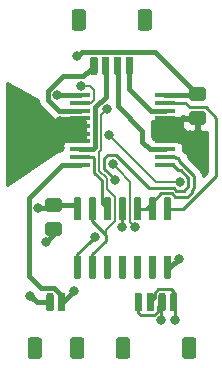
<source format=gbr>
G04 #@! TF.GenerationSoftware,KiCad,Pcbnew,5.1.2-f72e74a~84~ubuntu16.04.1*
G04 #@! TF.CreationDate,2019-06-21T14:24:11+02:00*
G04 #@! TF.ProjectId,microstepper,6d696372-6f73-4746-9570-7065722e6b69,rev?*
G04 #@! TF.SameCoordinates,Original*
G04 #@! TF.FileFunction,Copper,L1,Top*
G04 #@! TF.FilePolarity,Positive*
%FSLAX46Y46*%
G04 Gerber Fmt 4.6, Leading zero omitted, Abs format (unit mm)*
G04 Created by KiCad (PCBNEW 5.1.2-f72e74a~84~ubuntu16.04.1) date 2019-06-21 14:24:11*
%MOMM*%
%LPD*%
G04 APERTURE LIST*
%ADD10C,0.100000*%
%ADD11C,1.200000*%
%ADD12C,0.600000*%
%ADD13R,1.750000X0.450000*%
%ADD14C,1.150000*%
%ADD15C,0.800000*%
%ADD16C,0.400000*%
%ADD17C,0.250000*%
%ADD18C,0.200000*%
%ADD19C,0.254000*%
G04 APERTURE END LIST*
D10*
G36*
X36499305Y-48042404D02*
G01*
X36523573Y-48046004D01*
X36547372Y-48051965D01*
X36570471Y-48060230D01*
X36592650Y-48070720D01*
X36613693Y-48083332D01*
X36633399Y-48097947D01*
X36651577Y-48114423D01*
X36668053Y-48132601D01*
X36682668Y-48152307D01*
X36695280Y-48173350D01*
X36705770Y-48195529D01*
X36714035Y-48218628D01*
X36719996Y-48242427D01*
X36723596Y-48266695D01*
X36724800Y-48291199D01*
X36724800Y-49591201D01*
X36723596Y-49615705D01*
X36719996Y-49639973D01*
X36714035Y-49663772D01*
X36705770Y-49686871D01*
X36695280Y-49709050D01*
X36682668Y-49730093D01*
X36668053Y-49749799D01*
X36651577Y-49767977D01*
X36633399Y-49784453D01*
X36613693Y-49799068D01*
X36592650Y-49811680D01*
X36570471Y-49822170D01*
X36547372Y-49830435D01*
X36523573Y-49836396D01*
X36499305Y-49839996D01*
X36474801Y-49841200D01*
X35774799Y-49841200D01*
X35750295Y-49839996D01*
X35726027Y-49836396D01*
X35702228Y-49830435D01*
X35679129Y-49822170D01*
X35656950Y-49811680D01*
X35635907Y-49799068D01*
X35616201Y-49784453D01*
X35598023Y-49767977D01*
X35581547Y-49749799D01*
X35566932Y-49730093D01*
X35554320Y-49709050D01*
X35543830Y-49686871D01*
X35535565Y-49663772D01*
X35529604Y-49639973D01*
X35526004Y-49615705D01*
X35524800Y-49591201D01*
X35524800Y-48291199D01*
X35526004Y-48266695D01*
X35529604Y-48242427D01*
X35535565Y-48218628D01*
X35543830Y-48195529D01*
X35554320Y-48173350D01*
X35566932Y-48152307D01*
X35581547Y-48132601D01*
X35598023Y-48114423D01*
X35616201Y-48097947D01*
X35635907Y-48083332D01*
X35656950Y-48070720D01*
X35679129Y-48060230D01*
X35702228Y-48051965D01*
X35726027Y-48046004D01*
X35750295Y-48042404D01*
X35774799Y-48041200D01*
X36474801Y-48041200D01*
X36499305Y-48042404D01*
X36499305Y-48042404D01*
G37*
D11*
X36124800Y-48941200D03*
D10*
G36*
X30899305Y-48042404D02*
G01*
X30923573Y-48046004D01*
X30947372Y-48051965D01*
X30970471Y-48060230D01*
X30992650Y-48070720D01*
X31013693Y-48083332D01*
X31033399Y-48097947D01*
X31051577Y-48114423D01*
X31068053Y-48132601D01*
X31082668Y-48152307D01*
X31095280Y-48173350D01*
X31105770Y-48195529D01*
X31114035Y-48218628D01*
X31119996Y-48242427D01*
X31123596Y-48266695D01*
X31124800Y-48291199D01*
X31124800Y-49591201D01*
X31123596Y-49615705D01*
X31119996Y-49639973D01*
X31114035Y-49663772D01*
X31105770Y-49686871D01*
X31095280Y-49709050D01*
X31082668Y-49730093D01*
X31068053Y-49749799D01*
X31051577Y-49767977D01*
X31033399Y-49784453D01*
X31013693Y-49799068D01*
X30992650Y-49811680D01*
X30970471Y-49822170D01*
X30947372Y-49830435D01*
X30923573Y-49836396D01*
X30899305Y-49839996D01*
X30874801Y-49841200D01*
X30174799Y-49841200D01*
X30150295Y-49839996D01*
X30126027Y-49836396D01*
X30102228Y-49830435D01*
X30079129Y-49822170D01*
X30056950Y-49811680D01*
X30035907Y-49799068D01*
X30016201Y-49784453D01*
X29998023Y-49767977D01*
X29981547Y-49749799D01*
X29966932Y-49730093D01*
X29954320Y-49709050D01*
X29943830Y-49686871D01*
X29935565Y-49663772D01*
X29929604Y-49639973D01*
X29926004Y-49615705D01*
X29924800Y-49591201D01*
X29924800Y-48291199D01*
X29926004Y-48266695D01*
X29929604Y-48242427D01*
X29935565Y-48218628D01*
X29943830Y-48195529D01*
X29954320Y-48173350D01*
X29966932Y-48152307D01*
X29981547Y-48132601D01*
X29998023Y-48114423D01*
X30016201Y-48097947D01*
X30035907Y-48083332D01*
X30056950Y-48070720D01*
X30079129Y-48060230D01*
X30102228Y-48051965D01*
X30126027Y-48046004D01*
X30150295Y-48042404D01*
X30174799Y-48041200D01*
X30874801Y-48041200D01*
X30899305Y-48042404D01*
X30899305Y-48042404D01*
G37*
D11*
X30524800Y-48941200D03*
D10*
G36*
X34989503Y-44291922D02*
G01*
X35004064Y-44294082D01*
X35018343Y-44297659D01*
X35032203Y-44302618D01*
X35045510Y-44308912D01*
X35058136Y-44316480D01*
X35069959Y-44325248D01*
X35080866Y-44335134D01*
X35090752Y-44346041D01*
X35099520Y-44357864D01*
X35107088Y-44370490D01*
X35113382Y-44383797D01*
X35118341Y-44397657D01*
X35121918Y-44411936D01*
X35124078Y-44426497D01*
X35124800Y-44441200D01*
X35124800Y-45691200D01*
X35124078Y-45705903D01*
X35121918Y-45720464D01*
X35118341Y-45734743D01*
X35113382Y-45748603D01*
X35107088Y-45761910D01*
X35099520Y-45774536D01*
X35090752Y-45786359D01*
X35080866Y-45797266D01*
X35069959Y-45807152D01*
X35058136Y-45815920D01*
X35045510Y-45823488D01*
X35032203Y-45829782D01*
X35018343Y-45834741D01*
X35004064Y-45838318D01*
X34989503Y-45840478D01*
X34974800Y-45841200D01*
X34674800Y-45841200D01*
X34660097Y-45840478D01*
X34645536Y-45838318D01*
X34631257Y-45834741D01*
X34617397Y-45829782D01*
X34604090Y-45823488D01*
X34591464Y-45815920D01*
X34579641Y-45807152D01*
X34568734Y-45797266D01*
X34558848Y-45786359D01*
X34550080Y-45774536D01*
X34542512Y-45761910D01*
X34536218Y-45748603D01*
X34531259Y-45734743D01*
X34527682Y-45720464D01*
X34525522Y-45705903D01*
X34524800Y-45691200D01*
X34524800Y-44441200D01*
X34525522Y-44426497D01*
X34527682Y-44411936D01*
X34531259Y-44397657D01*
X34536218Y-44383797D01*
X34542512Y-44370490D01*
X34550080Y-44357864D01*
X34558848Y-44346041D01*
X34568734Y-44335134D01*
X34579641Y-44325248D01*
X34591464Y-44316480D01*
X34604090Y-44308912D01*
X34617397Y-44302618D01*
X34631257Y-44297659D01*
X34645536Y-44294082D01*
X34660097Y-44291922D01*
X34674800Y-44291200D01*
X34974800Y-44291200D01*
X34989503Y-44291922D01*
X34989503Y-44291922D01*
G37*
D12*
X34824800Y-45066200D03*
D10*
G36*
X33989503Y-44291922D02*
G01*
X34004064Y-44294082D01*
X34018343Y-44297659D01*
X34032203Y-44302618D01*
X34045510Y-44308912D01*
X34058136Y-44316480D01*
X34069959Y-44325248D01*
X34080866Y-44335134D01*
X34090752Y-44346041D01*
X34099520Y-44357864D01*
X34107088Y-44370490D01*
X34113382Y-44383797D01*
X34118341Y-44397657D01*
X34121918Y-44411936D01*
X34124078Y-44426497D01*
X34124800Y-44441200D01*
X34124800Y-45691200D01*
X34124078Y-45705903D01*
X34121918Y-45720464D01*
X34118341Y-45734743D01*
X34113382Y-45748603D01*
X34107088Y-45761910D01*
X34099520Y-45774536D01*
X34090752Y-45786359D01*
X34080866Y-45797266D01*
X34069959Y-45807152D01*
X34058136Y-45815920D01*
X34045510Y-45823488D01*
X34032203Y-45829782D01*
X34018343Y-45834741D01*
X34004064Y-45838318D01*
X33989503Y-45840478D01*
X33974800Y-45841200D01*
X33674800Y-45841200D01*
X33660097Y-45840478D01*
X33645536Y-45838318D01*
X33631257Y-45834741D01*
X33617397Y-45829782D01*
X33604090Y-45823488D01*
X33591464Y-45815920D01*
X33579641Y-45807152D01*
X33568734Y-45797266D01*
X33558848Y-45786359D01*
X33550080Y-45774536D01*
X33542512Y-45761910D01*
X33536218Y-45748603D01*
X33531259Y-45734743D01*
X33527682Y-45720464D01*
X33525522Y-45705903D01*
X33524800Y-45691200D01*
X33524800Y-44441200D01*
X33525522Y-44426497D01*
X33527682Y-44411936D01*
X33531259Y-44397657D01*
X33536218Y-44383797D01*
X33542512Y-44370490D01*
X33550080Y-44357864D01*
X33558848Y-44346041D01*
X33568734Y-44335134D01*
X33579641Y-44325248D01*
X33591464Y-44316480D01*
X33604090Y-44308912D01*
X33617397Y-44302618D01*
X33631257Y-44297659D01*
X33645536Y-44294082D01*
X33660097Y-44291922D01*
X33674800Y-44291200D01*
X33974800Y-44291200D01*
X33989503Y-44291922D01*
X33989503Y-44291922D01*
G37*
D12*
X33824800Y-45066200D03*
D10*
G36*
X32989503Y-44291922D02*
G01*
X33004064Y-44294082D01*
X33018343Y-44297659D01*
X33032203Y-44302618D01*
X33045510Y-44308912D01*
X33058136Y-44316480D01*
X33069959Y-44325248D01*
X33080866Y-44335134D01*
X33090752Y-44346041D01*
X33099520Y-44357864D01*
X33107088Y-44370490D01*
X33113382Y-44383797D01*
X33118341Y-44397657D01*
X33121918Y-44411936D01*
X33124078Y-44426497D01*
X33124800Y-44441200D01*
X33124800Y-45691200D01*
X33124078Y-45705903D01*
X33121918Y-45720464D01*
X33118341Y-45734743D01*
X33113382Y-45748603D01*
X33107088Y-45761910D01*
X33099520Y-45774536D01*
X33090752Y-45786359D01*
X33080866Y-45797266D01*
X33069959Y-45807152D01*
X33058136Y-45815920D01*
X33045510Y-45823488D01*
X33032203Y-45829782D01*
X33018343Y-45834741D01*
X33004064Y-45838318D01*
X32989503Y-45840478D01*
X32974800Y-45841200D01*
X32674800Y-45841200D01*
X32660097Y-45840478D01*
X32645536Y-45838318D01*
X32631257Y-45834741D01*
X32617397Y-45829782D01*
X32604090Y-45823488D01*
X32591464Y-45815920D01*
X32579641Y-45807152D01*
X32568734Y-45797266D01*
X32558848Y-45786359D01*
X32550080Y-45774536D01*
X32542512Y-45761910D01*
X32536218Y-45748603D01*
X32531259Y-45734743D01*
X32527682Y-45720464D01*
X32525522Y-45705903D01*
X32524800Y-45691200D01*
X32524800Y-44441200D01*
X32525522Y-44426497D01*
X32527682Y-44411936D01*
X32531259Y-44397657D01*
X32536218Y-44383797D01*
X32542512Y-44370490D01*
X32550080Y-44357864D01*
X32558848Y-44346041D01*
X32568734Y-44335134D01*
X32579641Y-44325248D01*
X32591464Y-44316480D01*
X32604090Y-44308912D01*
X32617397Y-44302618D01*
X32631257Y-44297659D01*
X32645536Y-44294082D01*
X32660097Y-44291922D01*
X32674800Y-44291200D01*
X32974800Y-44291200D01*
X32989503Y-44291922D01*
X32989503Y-44291922D01*
G37*
D12*
X32824800Y-45066200D03*
D10*
G36*
X31989503Y-44291922D02*
G01*
X32004064Y-44294082D01*
X32018343Y-44297659D01*
X32032203Y-44302618D01*
X32045510Y-44308912D01*
X32058136Y-44316480D01*
X32069959Y-44325248D01*
X32080866Y-44335134D01*
X32090752Y-44346041D01*
X32099520Y-44357864D01*
X32107088Y-44370490D01*
X32113382Y-44383797D01*
X32118341Y-44397657D01*
X32121918Y-44411936D01*
X32124078Y-44426497D01*
X32124800Y-44441200D01*
X32124800Y-45691200D01*
X32124078Y-45705903D01*
X32121918Y-45720464D01*
X32118341Y-45734743D01*
X32113382Y-45748603D01*
X32107088Y-45761910D01*
X32099520Y-45774536D01*
X32090752Y-45786359D01*
X32080866Y-45797266D01*
X32069959Y-45807152D01*
X32058136Y-45815920D01*
X32045510Y-45823488D01*
X32032203Y-45829782D01*
X32018343Y-45834741D01*
X32004064Y-45838318D01*
X31989503Y-45840478D01*
X31974800Y-45841200D01*
X31674800Y-45841200D01*
X31660097Y-45840478D01*
X31645536Y-45838318D01*
X31631257Y-45834741D01*
X31617397Y-45829782D01*
X31604090Y-45823488D01*
X31591464Y-45815920D01*
X31579641Y-45807152D01*
X31568734Y-45797266D01*
X31558848Y-45786359D01*
X31550080Y-45774536D01*
X31542512Y-45761910D01*
X31536218Y-45748603D01*
X31531259Y-45734743D01*
X31527682Y-45720464D01*
X31525522Y-45705903D01*
X31524800Y-45691200D01*
X31524800Y-44441200D01*
X31525522Y-44426497D01*
X31527682Y-44411936D01*
X31531259Y-44397657D01*
X31536218Y-44383797D01*
X31542512Y-44370490D01*
X31550080Y-44357864D01*
X31558848Y-44346041D01*
X31568734Y-44335134D01*
X31579641Y-44325248D01*
X31591464Y-44316480D01*
X31604090Y-44308912D01*
X31617397Y-44302618D01*
X31631257Y-44297659D01*
X31645536Y-44294082D01*
X31660097Y-44291922D01*
X31674800Y-44291200D01*
X31974800Y-44291200D01*
X31989503Y-44291922D01*
X31989503Y-44291922D01*
G37*
D12*
X31824800Y-45066200D03*
D10*
G36*
X27140105Y-20264004D02*
G01*
X27164373Y-20267604D01*
X27188172Y-20273565D01*
X27211271Y-20281830D01*
X27233450Y-20292320D01*
X27254493Y-20304932D01*
X27274199Y-20319547D01*
X27292377Y-20336023D01*
X27308853Y-20354201D01*
X27323468Y-20373907D01*
X27336080Y-20394950D01*
X27346570Y-20417129D01*
X27354835Y-20440228D01*
X27360796Y-20464027D01*
X27364396Y-20488295D01*
X27365600Y-20512799D01*
X27365600Y-21812801D01*
X27364396Y-21837305D01*
X27360796Y-21861573D01*
X27354835Y-21885372D01*
X27346570Y-21908471D01*
X27336080Y-21930650D01*
X27323468Y-21951693D01*
X27308853Y-21971399D01*
X27292377Y-21989577D01*
X27274199Y-22006053D01*
X27254493Y-22020668D01*
X27233450Y-22033280D01*
X27211271Y-22043770D01*
X27188172Y-22052035D01*
X27164373Y-22057996D01*
X27140105Y-22061596D01*
X27115601Y-22062800D01*
X26415599Y-22062800D01*
X26391095Y-22061596D01*
X26366827Y-22057996D01*
X26343028Y-22052035D01*
X26319929Y-22043770D01*
X26297750Y-22033280D01*
X26276707Y-22020668D01*
X26257001Y-22006053D01*
X26238823Y-21989577D01*
X26222347Y-21971399D01*
X26207732Y-21951693D01*
X26195120Y-21930650D01*
X26184630Y-21908471D01*
X26176365Y-21885372D01*
X26170404Y-21861573D01*
X26166804Y-21837305D01*
X26165600Y-21812801D01*
X26165600Y-20512799D01*
X26166804Y-20488295D01*
X26170404Y-20464027D01*
X26176365Y-20440228D01*
X26184630Y-20417129D01*
X26195120Y-20394950D01*
X26207732Y-20373907D01*
X26222347Y-20354201D01*
X26238823Y-20336023D01*
X26257001Y-20319547D01*
X26276707Y-20304932D01*
X26297750Y-20292320D01*
X26319929Y-20281830D01*
X26343028Y-20273565D01*
X26366827Y-20267604D01*
X26391095Y-20264004D01*
X26415599Y-20262800D01*
X27115601Y-20262800D01*
X27140105Y-20264004D01*
X27140105Y-20264004D01*
G37*
D11*
X26765600Y-21162800D03*
D10*
G36*
X32740105Y-20264004D02*
G01*
X32764373Y-20267604D01*
X32788172Y-20273565D01*
X32811271Y-20281830D01*
X32833450Y-20292320D01*
X32854493Y-20304932D01*
X32874199Y-20319547D01*
X32892377Y-20336023D01*
X32908853Y-20354201D01*
X32923468Y-20373907D01*
X32936080Y-20394950D01*
X32946570Y-20417129D01*
X32954835Y-20440228D01*
X32960796Y-20464027D01*
X32964396Y-20488295D01*
X32965600Y-20512799D01*
X32965600Y-21812801D01*
X32964396Y-21837305D01*
X32960796Y-21861573D01*
X32954835Y-21885372D01*
X32946570Y-21908471D01*
X32936080Y-21930650D01*
X32923468Y-21951693D01*
X32908853Y-21971399D01*
X32892377Y-21989577D01*
X32874199Y-22006053D01*
X32854493Y-22020668D01*
X32833450Y-22033280D01*
X32811271Y-22043770D01*
X32788172Y-22052035D01*
X32764373Y-22057996D01*
X32740105Y-22061596D01*
X32715601Y-22062800D01*
X32015599Y-22062800D01*
X31991095Y-22061596D01*
X31966827Y-22057996D01*
X31943028Y-22052035D01*
X31919929Y-22043770D01*
X31897750Y-22033280D01*
X31876707Y-22020668D01*
X31857001Y-22006053D01*
X31838823Y-21989577D01*
X31822347Y-21971399D01*
X31807732Y-21951693D01*
X31795120Y-21930650D01*
X31784630Y-21908471D01*
X31776365Y-21885372D01*
X31770404Y-21861573D01*
X31766804Y-21837305D01*
X31765600Y-21812801D01*
X31765600Y-20512799D01*
X31766804Y-20488295D01*
X31770404Y-20464027D01*
X31776365Y-20440228D01*
X31784630Y-20417129D01*
X31795120Y-20394950D01*
X31807732Y-20373907D01*
X31822347Y-20354201D01*
X31838823Y-20336023D01*
X31857001Y-20319547D01*
X31876707Y-20304932D01*
X31897750Y-20292320D01*
X31919929Y-20281830D01*
X31943028Y-20273565D01*
X31966827Y-20267604D01*
X31991095Y-20264004D01*
X32015599Y-20262800D01*
X32715601Y-20262800D01*
X32740105Y-20264004D01*
X32740105Y-20264004D01*
G37*
D11*
X32365600Y-21162800D03*
D10*
G36*
X28230303Y-24263522D02*
G01*
X28244864Y-24265682D01*
X28259143Y-24269259D01*
X28273003Y-24274218D01*
X28286310Y-24280512D01*
X28298936Y-24288080D01*
X28310759Y-24296848D01*
X28321666Y-24306734D01*
X28331552Y-24317641D01*
X28340320Y-24329464D01*
X28347888Y-24342090D01*
X28354182Y-24355397D01*
X28359141Y-24369257D01*
X28362718Y-24383536D01*
X28364878Y-24398097D01*
X28365600Y-24412800D01*
X28365600Y-25662800D01*
X28364878Y-25677503D01*
X28362718Y-25692064D01*
X28359141Y-25706343D01*
X28354182Y-25720203D01*
X28347888Y-25733510D01*
X28340320Y-25746136D01*
X28331552Y-25757959D01*
X28321666Y-25768866D01*
X28310759Y-25778752D01*
X28298936Y-25787520D01*
X28286310Y-25795088D01*
X28273003Y-25801382D01*
X28259143Y-25806341D01*
X28244864Y-25809918D01*
X28230303Y-25812078D01*
X28215600Y-25812800D01*
X27915600Y-25812800D01*
X27900897Y-25812078D01*
X27886336Y-25809918D01*
X27872057Y-25806341D01*
X27858197Y-25801382D01*
X27844890Y-25795088D01*
X27832264Y-25787520D01*
X27820441Y-25778752D01*
X27809534Y-25768866D01*
X27799648Y-25757959D01*
X27790880Y-25746136D01*
X27783312Y-25733510D01*
X27777018Y-25720203D01*
X27772059Y-25706343D01*
X27768482Y-25692064D01*
X27766322Y-25677503D01*
X27765600Y-25662800D01*
X27765600Y-24412800D01*
X27766322Y-24398097D01*
X27768482Y-24383536D01*
X27772059Y-24369257D01*
X27777018Y-24355397D01*
X27783312Y-24342090D01*
X27790880Y-24329464D01*
X27799648Y-24317641D01*
X27809534Y-24306734D01*
X27820441Y-24296848D01*
X27832264Y-24288080D01*
X27844890Y-24280512D01*
X27858197Y-24274218D01*
X27872057Y-24269259D01*
X27886336Y-24265682D01*
X27900897Y-24263522D01*
X27915600Y-24262800D01*
X28215600Y-24262800D01*
X28230303Y-24263522D01*
X28230303Y-24263522D01*
G37*
D12*
X28065600Y-25037800D03*
D10*
G36*
X29230303Y-24263522D02*
G01*
X29244864Y-24265682D01*
X29259143Y-24269259D01*
X29273003Y-24274218D01*
X29286310Y-24280512D01*
X29298936Y-24288080D01*
X29310759Y-24296848D01*
X29321666Y-24306734D01*
X29331552Y-24317641D01*
X29340320Y-24329464D01*
X29347888Y-24342090D01*
X29354182Y-24355397D01*
X29359141Y-24369257D01*
X29362718Y-24383536D01*
X29364878Y-24398097D01*
X29365600Y-24412800D01*
X29365600Y-25662800D01*
X29364878Y-25677503D01*
X29362718Y-25692064D01*
X29359141Y-25706343D01*
X29354182Y-25720203D01*
X29347888Y-25733510D01*
X29340320Y-25746136D01*
X29331552Y-25757959D01*
X29321666Y-25768866D01*
X29310759Y-25778752D01*
X29298936Y-25787520D01*
X29286310Y-25795088D01*
X29273003Y-25801382D01*
X29259143Y-25806341D01*
X29244864Y-25809918D01*
X29230303Y-25812078D01*
X29215600Y-25812800D01*
X28915600Y-25812800D01*
X28900897Y-25812078D01*
X28886336Y-25809918D01*
X28872057Y-25806341D01*
X28858197Y-25801382D01*
X28844890Y-25795088D01*
X28832264Y-25787520D01*
X28820441Y-25778752D01*
X28809534Y-25768866D01*
X28799648Y-25757959D01*
X28790880Y-25746136D01*
X28783312Y-25733510D01*
X28777018Y-25720203D01*
X28772059Y-25706343D01*
X28768482Y-25692064D01*
X28766322Y-25677503D01*
X28765600Y-25662800D01*
X28765600Y-24412800D01*
X28766322Y-24398097D01*
X28768482Y-24383536D01*
X28772059Y-24369257D01*
X28777018Y-24355397D01*
X28783312Y-24342090D01*
X28790880Y-24329464D01*
X28799648Y-24317641D01*
X28809534Y-24306734D01*
X28820441Y-24296848D01*
X28832264Y-24288080D01*
X28844890Y-24280512D01*
X28858197Y-24274218D01*
X28872057Y-24269259D01*
X28886336Y-24265682D01*
X28900897Y-24263522D01*
X28915600Y-24262800D01*
X29215600Y-24262800D01*
X29230303Y-24263522D01*
X29230303Y-24263522D01*
G37*
D12*
X29065600Y-25037800D03*
D10*
G36*
X30230303Y-24263522D02*
G01*
X30244864Y-24265682D01*
X30259143Y-24269259D01*
X30273003Y-24274218D01*
X30286310Y-24280512D01*
X30298936Y-24288080D01*
X30310759Y-24296848D01*
X30321666Y-24306734D01*
X30331552Y-24317641D01*
X30340320Y-24329464D01*
X30347888Y-24342090D01*
X30354182Y-24355397D01*
X30359141Y-24369257D01*
X30362718Y-24383536D01*
X30364878Y-24398097D01*
X30365600Y-24412800D01*
X30365600Y-25662800D01*
X30364878Y-25677503D01*
X30362718Y-25692064D01*
X30359141Y-25706343D01*
X30354182Y-25720203D01*
X30347888Y-25733510D01*
X30340320Y-25746136D01*
X30331552Y-25757959D01*
X30321666Y-25768866D01*
X30310759Y-25778752D01*
X30298936Y-25787520D01*
X30286310Y-25795088D01*
X30273003Y-25801382D01*
X30259143Y-25806341D01*
X30244864Y-25809918D01*
X30230303Y-25812078D01*
X30215600Y-25812800D01*
X29915600Y-25812800D01*
X29900897Y-25812078D01*
X29886336Y-25809918D01*
X29872057Y-25806341D01*
X29858197Y-25801382D01*
X29844890Y-25795088D01*
X29832264Y-25787520D01*
X29820441Y-25778752D01*
X29809534Y-25768866D01*
X29799648Y-25757959D01*
X29790880Y-25746136D01*
X29783312Y-25733510D01*
X29777018Y-25720203D01*
X29772059Y-25706343D01*
X29768482Y-25692064D01*
X29766322Y-25677503D01*
X29765600Y-25662800D01*
X29765600Y-24412800D01*
X29766322Y-24398097D01*
X29768482Y-24383536D01*
X29772059Y-24369257D01*
X29777018Y-24355397D01*
X29783312Y-24342090D01*
X29790880Y-24329464D01*
X29799648Y-24317641D01*
X29809534Y-24306734D01*
X29820441Y-24296848D01*
X29832264Y-24288080D01*
X29844890Y-24280512D01*
X29858197Y-24274218D01*
X29872057Y-24269259D01*
X29886336Y-24265682D01*
X29900897Y-24263522D01*
X29915600Y-24262800D01*
X30215600Y-24262800D01*
X30230303Y-24263522D01*
X30230303Y-24263522D01*
G37*
D12*
X30065600Y-25037800D03*
D10*
G36*
X31230303Y-24263522D02*
G01*
X31244864Y-24265682D01*
X31259143Y-24269259D01*
X31273003Y-24274218D01*
X31286310Y-24280512D01*
X31298936Y-24288080D01*
X31310759Y-24296848D01*
X31321666Y-24306734D01*
X31331552Y-24317641D01*
X31340320Y-24329464D01*
X31347888Y-24342090D01*
X31354182Y-24355397D01*
X31359141Y-24369257D01*
X31362718Y-24383536D01*
X31364878Y-24398097D01*
X31365600Y-24412800D01*
X31365600Y-25662800D01*
X31364878Y-25677503D01*
X31362718Y-25692064D01*
X31359141Y-25706343D01*
X31354182Y-25720203D01*
X31347888Y-25733510D01*
X31340320Y-25746136D01*
X31331552Y-25757959D01*
X31321666Y-25768866D01*
X31310759Y-25778752D01*
X31298936Y-25787520D01*
X31286310Y-25795088D01*
X31273003Y-25801382D01*
X31259143Y-25806341D01*
X31244864Y-25809918D01*
X31230303Y-25812078D01*
X31215600Y-25812800D01*
X30915600Y-25812800D01*
X30900897Y-25812078D01*
X30886336Y-25809918D01*
X30872057Y-25806341D01*
X30858197Y-25801382D01*
X30844890Y-25795088D01*
X30832264Y-25787520D01*
X30820441Y-25778752D01*
X30809534Y-25768866D01*
X30799648Y-25757959D01*
X30790880Y-25746136D01*
X30783312Y-25733510D01*
X30777018Y-25720203D01*
X30772059Y-25706343D01*
X30768482Y-25692064D01*
X30766322Y-25677503D01*
X30765600Y-25662800D01*
X30765600Y-24412800D01*
X30766322Y-24398097D01*
X30768482Y-24383536D01*
X30772059Y-24369257D01*
X30777018Y-24355397D01*
X30783312Y-24342090D01*
X30790880Y-24329464D01*
X30799648Y-24317641D01*
X30809534Y-24306734D01*
X30820441Y-24296848D01*
X30832264Y-24288080D01*
X30844890Y-24280512D01*
X30858197Y-24274218D01*
X30872057Y-24269259D01*
X30886336Y-24265682D01*
X30900897Y-24263522D01*
X30915600Y-24262800D01*
X31215600Y-24262800D01*
X31230303Y-24263522D01*
X31230303Y-24263522D01*
G37*
D12*
X31065600Y-25037800D03*
D10*
G36*
X27015705Y-48042404D02*
G01*
X27039973Y-48046004D01*
X27063772Y-48051965D01*
X27086871Y-48060230D01*
X27109050Y-48070720D01*
X27130093Y-48083332D01*
X27149799Y-48097947D01*
X27167977Y-48114423D01*
X27184453Y-48132601D01*
X27199068Y-48152307D01*
X27211680Y-48173350D01*
X27222170Y-48195529D01*
X27230435Y-48218628D01*
X27236396Y-48242427D01*
X27239996Y-48266695D01*
X27241200Y-48291199D01*
X27241200Y-49591201D01*
X27239996Y-49615705D01*
X27236396Y-49639973D01*
X27230435Y-49663772D01*
X27222170Y-49686871D01*
X27211680Y-49709050D01*
X27199068Y-49730093D01*
X27184453Y-49749799D01*
X27167977Y-49767977D01*
X27149799Y-49784453D01*
X27130093Y-49799068D01*
X27109050Y-49811680D01*
X27086871Y-49822170D01*
X27063772Y-49830435D01*
X27039973Y-49836396D01*
X27015705Y-49839996D01*
X26991201Y-49841200D01*
X26291199Y-49841200D01*
X26266695Y-49839996D01*
X26242427Y-49836396D01*
X26218628Y-49830435D01*
X26195529Y-49822170D01*
X26173350Y-49811680D01*
X26152307Y-49799068D01*
X26132601Y-49784453D01*
X26114423Y-49767977D01*
X26097947Y-49749799D01*
X26083332Y-49730093D01*
X26070720Y-49709050D01*
X26060230Y-49686871D01*
X26051965Y-49663772D01*
X26046004Y-49639973D01*
X26042404Y-49615705D01*
X26041200Y-49591201D01*
X26041200Y-48291199D01*
X26042404Y-48266695D01*
X26046004Y-48242427D01*
X26051965Y-48218628D01*
X26060230Y-48195529D01*
X26070720Y-48173350D01*
X26083332Y-48152307D01*
X26097947Y-48132601D01*
X26114423Y-48114423D01*
X26132601Y-48097947D01*
X26152307Y-48083332D01*
X26173350Y-48070720D01*
X26195529Y-48060230D01*
X26218628Y-48051965D01*
X26242427Y-48046004D01*
X26266695Y-48042404D01*
X26291199Y-48041200D01*
X26991201Y-48041200D01*
X27015705Y-48042404D01*
X27015705Y-48042404D01*
G37*
D11*
X26641200Y-48941200D03*
D10*
G36*
X23415705Y-48042404D02*
G01*
X23439973Y-48046004D01*
X23463772Y-48051965D01*
X23486871Y-48060230D01*
X23509050Y-48070720D01*
X23530093Y-48083332D01*
X23549799Y-48097947D01*
X23567977Y-48114423D01*
X23584453Y-48132601D01*
X23599068Y-48152307D01*
X23611680Y-48173350D01*
X23622170Y-48195529D01*
X23630435Y-48218628D01*
X23636396Y-48242427D01*
X23639996Y-48266695D01*
X23641200Y-48291199D01*
X23641200Y-49591201D01*
X23639996Y-49615705D01*
X23636396Y-49639973D01*
X23630435Y-49663772D01*
X23622170Y-49686871D01*
X23611680Y-49709050D01*
X23599068Y-49730093D01*
X23584453Y-49749799D01*
X23567977Y-49767977D01*
X23549799Y-49784453D01*
X23530093Y-49799068D01*
X23509050Y-49811680D01*
X23486871Y-49822170D01*
X23463772Y-49830435D01*
X23439973Y-49836396D01*
X23415705Y-49839996D01*
X23391201Y-49841200D01*
X22691199Y-49841200D01*
X22666695Y-49839996D01*
X22642427Y-49836396D01*
X22618628Y-49830435D01*
X22595529Y-49822170D01*
X22573350Y-49811680D01*
X22552307Y-49799068D01*
X22532601Y-49784453D01*
X22514423Y-49767977D01*
X22497947Y-49749799D01*
X22483332Y-49730093D01*
X22470720Y-49709050D01*
X22460230Y-49686871D01*
X22451965Y-49663772D01*
X22446004Y-49639973D01*
X22442404Y-49615705D01*
X22441200Y-49591201D01*
X22441200Y-48291199D01*
X22442404Y-48266695D01*
X22446004Y-48242427D01*
X22451965Y-48218628D01*
X22460230Y-48195529D01*
X22470720Y-48173350D01*
X22483332Y-48152307D01*
X22497947Y-48132601D01*
X22514423Y-48114423D01*
X22532601Y-48097947D01*
X22552307Y-48083332D01*
X22573350Y-48070720D01*
X22595529Y-48060230D01*
X22618628Y-48051965D01*
X22642427Y-48046004D01*
X22666695Y-48042404D01*
X22691199Y-48041200D01*
X23391201Y-48041200D01*
X23415705Y-48042404D01*
X23415705Y-48042404D01*
G37*
D11*
X23041200Y-48941200D03*
D10*
G36*
X25505903Y-44291922D02*
G01*
X25520464Y-44294082D01*
X25534743Y-44297659D01*
X25548603Y-44302618D01*
X25561910Y-44308912D01*
X25574536Y-44316480D01*
X25586359Y-44325248D01*
X25597266Y-44335134D01*
X25607152Y-44346041D01*
X25615920Y-44357864D01*
X25623488Y-44370490D01*
X25629782Y-44383797D01*
X25634741Y-44397657D01*
X25638318Y-44411936D01*
X25640478Y-44426497D01*
X25641200Y-44441200D01*
X25641200Y-45691200D01*
X25640478Y-45705903D01*
X25638318Y-45720464D01*
X25634741Y-45734743D01*
X25629782Y-45748603D01*
X25623488Y-45761910D01*
X25615920Y-45774536D01*
X25607152Y-45786359D01*
X25597266Y-45797266D01*
X25586359Y-45807152D01*
X25574536Y-45815920D01*
X25561910Y-45823488D01*
X25548603Y-45829782D01*
X25534743Y-45834741D01*
X25520464Y-45838318D01*
X25505903Y-45840478D01*
X25491200Y-45841200D01*
X25191200Y-45841200D01*
X25176497Y-45840478D01*
X25161936Y-45838318D01*
X25147657Y-45834741D01*
X25133797Y-45829782D01*
X25120490Y-45823488D01*
X25107864Y-45815920D01*
X25096041Y-45807152D01*
X25085134Y-45797266D01*
X25075248Y-45786359D01*
X25066480Y-45774536D01*
X25058912Y-45761910D01*
X25052618Y-45748603D01*
X25047659Y-45734743D01*
X25044082Y-45720464D01*
X25041922Y-45705903D01*
X25041200Y-45691200D01*
X25041200Y-44441200D01*
X25041922Y-44426497D01*
X25044082Y-44411936D01*
X25047659Y-44397657D01*
X25052618Y-44383797D01*
X25058912Y-44370490D01*
X25066480Y-44357864D01*
X25075248Y-44346041D01*
X25085134Y-44335134D01*
X25096041Y-44325248D01*
X25107864Y-44316480D01*
X25120490Y-44308912D01*
X25133797Y-44302618D01*
X25147657Y-44297659D01*
X25161936Y-44294082D01*
X25176497Y-44291922D01*
X25191200Y-44291200D01*
X25491200Y-44291200D01*
X25505903Y-44291922D01*
X25505903Y-44291922D01*
G37*
D12*
X25341200Y-45066200D03*
D10*
G36*
X24505903Y-44291922D02*
G01*
X24520464Y-44294082D01*
X24534743Y-44297659D01*
X24548603Y-44302618D01*
X24561910Y-44308912D01*
X24574536Y-44316480D01*
X24586359Y-44325248D01*
X24597266Y-44335134D01*
X24607152Y-44346041D01*
X24615920Y-44357864D01*
X24623488Y-44370490D01*
X24629782Y-44383797D01*
X24634741Y-44397657D01*
X24638318Y-44411936D01*
X24640478Y-44426497D01*
X24641200Y-44441200D01*
X24641200Y-45691200D01*
X24640478Y-45705903D01*
X24638318Y-45720464D01*
X24634741Y-45734743D01*
X24629782Y-45748603D01*
X24623488Y-45761910D01*
X24615920Y-45774536D01*
X24607152Y-45786359D01*
X24597266Y-45797266D01*
X24586359Y-45807152D01*
X24574536Y-45815920D01*
X24561910Y-45823488D01*
X24548603Y-45829782D01*
X24534743Y-45834741D01*
X24520464Y-45838318D01*
X24505903Y-45840478D01*
X24491200Y-45841200D01*
X24191200Y-45841200D01*
X24176497Y-45840478D01*
X24161936Y-45838318D01*
X24147657Y-45834741D01*
X24133797Y-45829782D01*
X24120490Y-45823488D01*
X24107864Y-45815920D01*
X24096041Y-45807152D01*
X24085134Y-45797266D01*
X24075248Y-45786359D01*
X24066480Y-45774536D01*
X24058912Y-45761910D01*
X24052618Y-45748603D01*
X24047659Y-45734743D01*
X24044082Y-45720464D01*
X24041922Y-45705903D01*
X24041200Y-45691200D01*
X24041200Y-44441200D01*
X24041922Y-44426497D01*
X24044082Y-44411936D01*
X24047659Y-44397657D01*
X24052618Y-44383797D01*
X24058912Y-44370490D01*
X24066480Y-44357864D01*
X24075248Y-44346041D01*
X24085134Y-44335134D01*
X24096041Y-44325248D01*
X24107864Y-44316480D01*
X24120490Y-44308912D01*
X24133797Y-44302618D01*
X24147657Y-44297659D01*
X24161936Y-44294082D01*
X24176497Y-44291922D01*
X24191200Y-44291200D01*
X24491200Y-44291200D01*
X24505903Y-44291922D01*
X24505903Y-44291922D01*
G37*
D12*
X24341200Y-45066200D03*
D13*
X34080000Y-27555000D03*
X34080000Y-28205000D03*
X34080000Y-28855000D03*
X34080000Y-29505000D03*
X34080000Y-30155000D03*
X34080000Y-30805000D03*
X34080000Y-31455000D03*
X34080000Y-32105000D03*
X34080000Y-32755000D03*
X34080000Y-33405000D03*
X26880000Y-33405000D03*
X26880000Y-32755000D03*
X26880000Y-32105000D03*
X26880000Y-31455000D03*
X26880000Y-30805000D03*
X26880000Y-30155000D03*
X26880000Y-29505000D03*
X26880000Y-28855000D03*
X26880000Y-28205000D03*
X26880000Y-27555000D03*
D10*
G36*
X26834703Y-36174722D02*
G01*
X26849264Y-36176882D01*
X26863543Y-36180459D01*
X26877403Y-36185418D01*
X26890710Y-36191712D01*
X26903336Y-36199280D01*
X26915159Y-36208048D01*
X26926066Y-36217934D01*
X26935952Y-36228841D01*
X26944720Y-36240664D01*
X26952288Y-36253290D01*
X26958582Y-36266597D01*
X26963541Y-36280457D01*
X26967118Y-36294736D01*
X26969278Y-36309297D01*
X26970000Y-36324000D01*
X26970000Y-37974000D01*
X26969278Y-37988703D01*
X26967118Y-38003264D01*
X26963541Y-38017543D01*
X26958582Y-38031403D01*
X26952288Y-38044710D01*
X26944720Y-38057336D01*
X26935952Y-38069159D01*
X26926066Y-38080066D01*
X26915159Y-38089952D01*
X26903336Y-38098720D01*
X26890710Y-38106288D01*
X26877403Y-38112582D01*
X26863543Y-38117541D01*
X26849264Y-38121118D01*
X26834703Y-38123278D01*
X26820000Y-38124000D01*
X26520000Y-38124000D01*
X26505297Y-38123278D01*
X26490736Y-38121118D01*
X26476457Y-38117541D01*
X26462597Y-38112582D01*
X26449290Y-38106288D01*
X26436664Y-38098720D01*
X26424841Y-38089952D01*
X26413934Y-38080066D01*
X26404048Y-38069159D01*
X26395280Y-38057336D01*
X26387712Y-38044710D01*
X26381418Y-38031403D01*
X26376459Y-38017543D01*
X26372882Y-38003264D01*
X26370722Y-37988703D01*
X26370000Y-37974000D01*
X26370000Y-36324000D01*
X26370722Y-36309297D01*
X26372882Y-36294736D01*
X26376459Y-36280457D01*
X26381418Y-36266597D01*
X26387712Y-36253290D01*
X26395280Y-36240664D01*
X26404048Y-36228841D01*
X26413934Y-36217934D01*
X26424841Y-36208048D01*
X26436664Y-36199280D01*
X26449290Y-36191712D01*
X26462597Y-36185418D01*
X26476457Y-36180459D01*
X26490736Y-36176882D01*
X26505297Y-36174722D01*
X26520000Y-36174000D01*
X26820000Y-36174000D01*
X26834703Y-36174722D01*
X26834703Y-36174722D01*
G37*
D12*
X26670000Y-37149000D03*
D10*
G36*
X28104703Y-36174722D02*
G01*
X28119264Y-36176882D01*
X28133543Y-36180459D01*
X28147403Y-36185418D01*
X28160710Y-36191712D01*
X28173336Y-36199280D01*
X28185159Y-36208048D01*
X28196066Y-36217934D01*
X28205952Y-36228841D01*
X28214720Y-36240664D01*
X28222288Y-36253290D01*
X28228582Y-36266597D01*
X28233541Y-36280457D01*
X28237118Y-36294736D01*
X28239278Y-36309297D01*
X28240000Y-36324000D01*
X28240000Y-37974000D01*
X28239278Y-37988703D01*
X28237118Y-38003264D01*
X28233541Y-38017543D01*
X28228582Y-38031403D01*
X28222288Y-38044710D01*
X28214720Y-38057336D01*
X28205952Y-38069159D01*
X28196066Y-38080066D01*
X28185159Y-38089952D01*
X28173336Y-38098720D01*
X28160710Y-38106288D01*
X28147403Y-38112582D01*
X28133543Y-38117541D01*
X28119264Y-38121118D01*
X28104703Y-38123278D01*
X28090000Y-38124000D01*
X27790000Y-38124000D01*
X27775297Y-38123278D01*
X27760736Y-38121118D01*
X27746457Y-38117541D01*
X27732597Y-38112582D01*
X27719290Y-38106288D01*
X27706664Y-38098720D01*
X27694841Y-38089952D01*
X27683934Y-38080066D01*
X27674048Y-38069159D01*
X27665280Y-38057336D01*
X27657712Y-38044710D01*
X27651418Y-38031403D01*
X27646459Y-38017543D01*
X27642882Y-38003264D01*
X27640722Y-37988703D01*
X27640000Y-37974000D01*
X27640000Y-36324000D01*
X27640722Y-36309297D01*
X27642882Y-36294736D01*
X27646459Y-36280457D01*
X27651418Y-36266597D01*
X27657712Y-36253290D01*
X27665280Y-36240664D01*
X27674048Y-36228841D01*
X27683934Y-36217934D01*
X27694841Y-36208048D01*
X27706664Y-36199280D01*
X27719290Y-36191712D01*
X27732597Y-36185418D01*
X27746457Y-36180459D01*
X27760736Y-36176882D01*
X27775297Y-36174722D01*
X27790000Y-36174000D01*
X28090000Y-36174000D01*
X28104703Y-36174722D01*
X28104703Y-36174722D01*
G37*
D12*
X27940000Y-37149000D03*
D10*
G36*
X29374703Y-36174722D02*
G01*
X29389264Y-36176882D01*
X29403543Y-36180459D01*
X29417403Y-36185418D01*
X29430710Y-36191712D01*
X29443336Y-36199280D01*
X29455159Y-36208048D01*
X29466066Y-36217934D01*
X29475952Y-36228841D01*
X29484720Y-36240664D01*
X29492288Y-36253290D01*
X29498582Y-36266597D01*
X29503541Y-36280457D01*
X29507118Y-36294736D01*
X29509278Y-36309297D01*
X29510000Y-36324000D01*
X29510000Y-37974000D01*
X29509278Y-37988703D01*
X29507118Y-38003264D01*
X29503541Y-38017543D01*
X29498582Y-38031403D01*
X29492288Y-38044710D01*
X29484720Y-38057336D01*
X29475952Y-38069159D01*
X29466066Y-38080066D01*
X29455159Y-38089952D01*
X29443336Y-38098720D01*
X29430710Y-38106288D01*
X29417403Y-38112582D01*
X29403543Y-38117541D01*
X29389264Y-38121118D01*
X29374703Y-38123278D01*
X29360000Y-38124000D01*
X29060000Y-38124000D01*
X29045297Y-38123278D01*
X29030736Y-38121118D01*
X29016457Y-38117541D01*
X29002597Y-38112582D01*
X28989290Y-38106288D01*
X28976664Y-38098720D01*
X28964841Y-38089952D01*
X28953934Y-38080066D01*
X28944048Y-38069159D01*
X28935280Y-38057336D01*
X28927712Y-38044710D01*
X28921418Y-38031403D01*
X28916459Y-38017543D01*
X28912882Y-38003264D01*
X28910722Y-37988703D01*
X28910000Y-37974000D01*
X28910000Y-36324000D01*
X28910722Y-36309297D01*
X28912882Y-36294736D01*
X28916459Y-36280457D01*
X28921418Y-36266597D01*
X28927712Y-36253290D01*
X28935280Y-36240664D01*
X28944048Y-36228841D01*
X28953934Y-36217934D01*
X28964841Y-36208048D01*
X28976664Y-36199280D01*
X28989290Y-36191712D01*
X29002597Y-36185418D01*
X29016457Y-36180459D01*
X29030736Y-36176882D01*
X29045297Y-36174722D01*
X29060000Y-36174000D01*
X29360000Y-36174000D01*
X29374703Y-36174722D01*
X29374703Y-36174722D01*
G37*
D12*
X29210000Y-37149000D03*
D10*
G36*
X30644703Y-36174722D02*
G01*
X30659264Y-36176882D01*
X30673543Y-36180459D01*
X30687403Y-36185418D01*
X30700710Y-36191712D01*
X30713336Y-36199280D01*
X30725159Y-36208048D01*
X30736066Y-36217934D01*
X30745952Y-36228841D01*
X30754720Y-36240664D01*
X30762288Y-36253290D01*
X30768582Y-36266597D01*
X30773541Y-36280457D01*
X30777118Y-36294736D01*
X30779278Y-36309297D01*
X30780000Y-36324000D01*
X30780000Y-37974000D01*
X30779278Y-37988703D01*
X30777118Y-38003264D01*
X30773541Y-38017543D01*
X30768582Y-38031403D01*
X30762288Y-38044710D01*
X30754720Y-38057336D01*
X30745952Y-38069159D01*
X30736066Y-38080066D01*
X30725159Y-38089952D01*
X30713336Y-38098720D01*
X30700710Y-38106288D01*
X30687403Y-38112582D01*
X30673543Y-38117541D01*
X30659264Y-38121118D01*
X30644703Y-38123278D01*
X30630000Y-38124000D01*
X30330000Y-38124000D01*
X30315297Y-38123278D01*
X30300736Y-38121118D01*
X30286457Y-38117541D01*
X30272597Y-38112582D01*
X30259290Y-38106288D01*
X30246664Y-38098720D01*
X30234841Y-38089952D01*
X30223934Y-38080066D01*
X30214048Y-38069159D01*
X30205280Y-38057336D01*
X30197712Y-38044710D01*
X30191418Y-38031403D01*
X30186459Y-38017543D01*
X30182882Y-38003264D01*
X30180722Y-37988703D01*
X30180000Y-37974000D01*
X30180000Y-36324000D01*
X30180722Y-36309297D01*
X30182882Y-36294736D01*
X30186459Y-36280457D01*
X30191418Y-36266597D01*
X30197712Y-36253290D01*
X30205280Y-36240664D01*
X30214048Y-36228841D01*
X30223934Y-36217934D01*
X30234841Y-36208048D01*
X30246664Y-36199280D01*
X30259290Y-36191712D01*
X30272597Y-36185418D01*
X30286457Y-36180459D01*
X30300736Y-36176882D01*
X30315297Y-36174722D01*
X30330000Y-36174000D01*
X30630000Y-36174000D01*
X30644703Y-36174722D01*
X30644703Y-36174722D01*
G37*
D12*
X30480000Y-37149000D03*
D10*
G36*
X31914703Y-36174722D02*
G01*
X31929264Y-36176882D01*
X31943543Y-36180459D01*
X31957403Y-36185418D01*
X31970710Y-36191712D01*
X31983336Y-36199280D01*
X31995159Y-36208048D01*
X32006066Y-36217934D01*
X32015952Y-36228841D01*
X32024720Y-36240664D01*
X32032288Y-36253290D01*
X32038582Y-36266597D01*
X32043541Y-36280457D01*
X32047118Y-36294736D01*
X32049278Y-36309297D01*
X32050000Y-36324000D01*
X32050000Y-37974000D01*
X32049278Y-37988703D01*
X32047118Y-38003264D01*
X32043541Y-38017543D01*
X32038582Y-38031403D01*
X32032288Y-38044710D01*
X32024720Y-38057336D01*
X32015952Y-38069159D01*
X32006066Y-38080066D01*
X31995159Y-38089952D01*
X31983336Y-38098720D01*
X31970710Y-38106288D01*
X31957403Y-38112582D01*
X31943543Y-38117541D01*
X31929264Y-38121118D01*
X31914703Y-38123278D01*
X31900000Y-38124000D01*
X31600000Y-38124000D01*
X31585297Y-38123278D01*
X31570736Y-38121118D01*
X31556457Y-38117541D01*
X31542597Y-38112582D01*
X31529290Y-38106288D01*
X31516664Y-38098720D01*
X31504841Y-38089952D01*
X31493934Y-38080066D01*
X31484048Y-38069159D01*
X31475280Y-38057336D01*
X31467712Y-38044710D01*
X31461418Y-38031403D01*
X31456459Y-38017543D01*
X31452882Y-38003264D01*
X31450722Y-37988703D01*
X31450000Y-37974000D01*
X31450000Y-36324000D01*
X31450722Y-36309297D01*
X31452882Y-36294736D01*
X31456459Y-36280457D01*
X31461418Y-36266597D01*
X31467712Y-36253290D01*
X31475280Y-36240664D01*
X31484048Y-36228841D01*
X31493934Y-36217934D01*
X31504841Y-36208048D01*
X31516664Y-36199280D01*
X31529290Y-36191712D01*
X31542597Y-36185418D01*
X31556457Y-36180459D01*
X31570736Y-36176882D01*
X31585297Y-36174722D01*
X31600000Y-36174000D01*
X31900000Y-36174000D01*
X31914703Y-36174722D01*
X31914703Y-36174722D01*
G37*
D12*
X31750000Y-37149000D03*
D10*
G36*
X33184703Y-36174722D02*
G01*
X33199264Y-36176882D01*
X33213543Y-36180459D01*
X33227403Y-36185418D01*
X33240710Y-36191712D01*
X33253336Y-36199280D01*
X33265159Y-36208048D01*
X33276066Y-36217934D01*
X33285952Y-36228841D01*
X33294720Y-36240664D01*
X33302288Y-36253290D01*
X33308582Y-36266597D01*
X33313541Y-36280457D01*
X33317118Y-36294736D01*
X33319278Y-36309297D01*
X33320000Y-36324000D01*
X33320000Y-37974000D01*
X33319278Y-37988703D01*
X33317118Y-38003264D01*
X33313541Y-38017543D01*
X33308582Y-38031403D01*
X33302288Y-38044710D01*
X33294720Y-38057336D01*
X33285952Y-38069159D01*
X33276066Y-38080066D01*
X33265159Y-38089952D01*
X33253336Y-38098720D01*
X33240710Y-38106288D01*
X33227403Y-38112582D01*
X33213543Y-38117541D01*
X33199264Y-38121118D01*
X33184703Y-38123278D01*
X33170000Y-38124000D01*
X32870000Y-38124000D01*
X32855297Y-38123278D01*
X32840736Y-38121118D01*
X32826457Y-38117541D01*
X32812597Y-38112582D01*
X32799290Y-38106288D01*
X32786664Y-38098720D01*
X32774841Y-38089952D01*
X32763934Y-38080066D01*
X32754048Y-38069159D01*
X32745280Y-38057336D01*
X32737712Y-38044710D01*
X32731418Y-38031403D01*
X32726459Y-38017543D01*
X32722882Y-38003264D01*
X32720722Y-37988703D01*
X32720000Y-37974000D01*
X32720000Y-36324000D01*
X32720722Y-36309297D01*
X32722882Y-36294736D01*
X32726459Y-36280457D01*
X32731418Y-36266597D01*
X32737712Y-36253290D01*
X32745280Y-36240664D01*
X32754048Y-36228841D01*
X32763934Y-36217934D01*
X32774841Y-36208048D01*
X32786664Y-36199280D01*
X32799290Y-36191712D01*
X32812597Y-36185418D01*
X32826457Y-36180459D01*
X32840736Y-36176882D01*
X32855297Y-36174722D01*
X32870000Y-36174000D01*
X33170000Y-36174000D01*
X33184703Y-36174722D01*
X33184703Y-36174722D01*
G37*
D12*
X33020000Y-37149000D03*
D10*
G36*
X34454703Y-36174722D02*
G01*
X34469264Y-36176882D01*
X34483543Y-36180459D01*
X34497403Y-36185418D01*
X34510710Y-36191712D01*
X34523336Y-36199280D01*
X34535159Y-36208048D01*
X34546066Y-36217934D01*
X34555952Y-36228841D01*
X34564720Y-36240664D01*
X34572288Y-36253290D01*
X34578582Y-36266597D01*
X34583541Y-36280457D01*
X34587118Y-36294736D01*
X34589278Y-36309297D01*
X34590000Y-36324000D01*
X34590000Y-37974000D01*
X34589278Y-37988703D01*
X34587118Y-38003264D01*
X34583541Y-38017543D01*
X34578582Y-38031403D01*
X34572288Y-38044710D01*
X34564720Y-38057336D01*
X34555952Y-38069159D01*
X34546066Y-38080066D01*
X34535159Y-38089952D01*
X34523336Y-38098720D01*
X34510710Y-38106288D01*
X34497403Y-38112582D01*
X34483543Y-38117541D01*
X34469264Y-38121118D01*
X34454703Y-38123278D01*
X34440000Y-38124000D01*
X34140000Y-38124000D01*
X34125297Y-38123278D01*
X34110736Y-38121118D01*
X34096457Y-38117541D01*
X34082597Y-38112582D01*
X34069290Y-38106288D01*
X34056664Y-38098720D01*
X34044841Y-38089952D01*
X34033934Y-38080066D01*
X34024048Y-38069159D01*
X34015280Y-38057336D01*
X34007712Y-38044710D01*
X34001418Y-38031403D01*
X33996459Y-38017543D01*
X33992882Y-38003264D01*
X33990722Y-37988703D01*
X33990000Y-37974000D01*
X33990000Y-36324000D01*
X33990722Y-36309297D01*
X33992882Y-36294736D01*
X33996459Y-36280457D01*
X34001418Y-36266597D01*
X34007712Y-36253290D01*
X34015280Y-36240664D01*
X34024048Y-36228841D01*
X34033934Y-36217934D01*
X34044841Y-36208048D01*
X34056664Y-36199280D01*
X34069290Y-36191712D01*
X34082597Y-36185418D01*
X34096457Y-36180459D01*
X34110736Y-36176882D01*
X34125297Y-36174722D01*
X34140000Y-36174000D01*
X34440000Y-36174000D01*
X34454703Y-36174722D01*
X34454703Y-36174722D01*
G37*
D12*
X34290000Y-37149000D03*
D10*
G36*
X34454703Y-41124722D02*
G01*
X34469264Y-41126882D01*
X34483543Y-41130459D01*
X34497403Y-41135418D01*
X34510710Y-41141712D01*
X34523336Y-41149280D01*
X34535159Y-41158048D01*
X34546066Y-41167934D01*
X34555952Y-41178841D01*
X34564720Y-41190664D01*
X34572288Y-41203290D01*
X34578582Y-41216597D01*
X34583541Y-41230457D01*
X34587118Y-41244736D01*
X34589278Y-41259297D01*
X34590000Y-41274000D01*
X34590000Y-42924000D01*
X34589278Y-42938703D01*
X34587118Y-42953264D01*
X34583541Y-42967543D01*
X34578582Y-42981403D01*
X34572288Y-42994710D01*
X34564720Y-43007336D01*
X34555952Y-43019159D01*
X34546066Y-43030066D01*
X34535159Y-43039952D01*
X34523336Y-43048720D01*
X34510710Y-43056288D01*
X34497403Y-43062582D01*
X34483543Y-43067541D01*
X34469264Y-43071118D01*
X34454703Y-43073278D01*
X34440000Y-43074000D01*
X34140000Y-43074000D01*
X34125297Y-43073278D01*
X34110736Y-43071118D01*
X34096457Y-43067541D01*
X34082597Y-43062582D01*
X34069290Y-43056288D01*
X34056664Y-43048720D01*
X34044841Y-43039952D01*
X34033934Y-43030066D01*
X34024048Y-43019159D01*
X34015280Y-43007336D01*
X34007712Y-42994710D01*
X34001418Y-42981403D01*
X33996459Y-42967543D01*
X33992882Y-42953264D01*
X33990722Y-42938703D01*
X33990000Y-42924000D01*
X33990000Y-41274000D01*
X33990722Y-41259297D01*
X33992882Y-41244736D01*
X33996459Y-41230457D01*
X34001418Y-41216597D01*
X34007712Y-41203290D01*
X34015280Y-41190664D01*
X34024048Y-41178841D01*
X34033934Y-41167934D01*
X34044841Y-41158048D01*
X34056664Y-41149280D01*
X34069290Y-41141712D01*
X34082597Y-41135418D01*
X34096457Y-41130459D01*
X34110736Y-41126882D01*
X34125297Y-41124722D01*
X34140000Y-41124000D01*
X34440000Y-41124000D01*
X34454703Y-41124722D01*
X34454703Y-41124722D01*
G37*
D12*
X34290000Y-42099000D03*
D10*
G36*
X33184703Y-41124722D02*
G01*
X33199264Y-41126882D01*
X33213543Y-41130459D01*
X33227403Y-41135418D01*
X33240710Y-41141712D01*
X33253336Y-41149280D01*
X33265159Y-41158048D01*
X33276066Y-41167934D01*
X33285952Y-41178841D01*
X33294720Y-41190664D01*
X33302288Y-41203290D01*
X33308582Y-41216597D01*
X33313541Y-41230457D01*
X33317118Y-41244736D01*
X33319278Y-41259297D01*
X33320000Y-41274000D01*
X33320000Y-42924000D01*
X33319278Y-42938703D01*
X33317118Y-42953264D01*
X33313541Y-42967543D01*
X33308582Y-42981403D01*
X33302288Y-42994710D01*
X33294720Y-43007336D01*
X33285952Y-43019159D01*
X33276066Y-43030066D01*
X33265159Y-43039952D01*
X33253336Y-43048720D01*
X33240710Y-43056288D01*
X33227403Y-43062582D01*
X33213543Y-43067541D01*
X33199264Y-43071118D01*
X33184703Y-43073278D01*
X33170000Y-43074000D01*
X32870000Y-43074000D01*
X32855297Y-43073278D01*
X32840736Y-43071118D01*
X32826457Y-43067541D01*
X32812597Y-43062582D01*
X32799290Y-43056288D01*
X32786664Y-43048720D01*
X32774841Y-43039952D01*
X32763934Y-43030066D01*
X32754048Y-43019159D01*
X32745280Y-43007336D01*
X32737712Y-42994710D01*
X32731418Y-42981403D01*
X32726459Y-42967543D01*
X32722882Y-42953264D01*
X32720722Y-42938703D01*
X32720000Y-42924000D01*
X32720000Y-41274000D01*
X32720722Y-41259297D01*
X32722882Y-41244736D01*
X32726459Y-41230457D01*
X32731418Y-41216597D01*
X32737712Y-41203290D01*
X32745280Y-41190664D01*
X32754048Y-41178841D01*
X32763934Y-41167934D01*
X32774841Y-41158048D01*
X32786664Y-41149280D01*
X32799290Y-41141712D01*
X32812597Y-41135418D01*
X32826457Y-41130459D01*
X32840736Y-41126882D01*
X32855297Y-41124722D01*
X32870000Y-41124000D01*
X33170000Y-41124000D01*
X33184703Y-41124722D01*
X33184703Y-41124722D01*
G37*
D12*
X33020000Y-42099000D03*
D10*
G36*
X31914703Y-41124722D02*
G01*
X31929264Y-41126882D01*
X31943543Y-41130459D01*
X31957403Y-41135418D01*
X31970710Y-41141712D01*
X31983336Y-41149280D01*
X31995159Y-41158048D01*
X32006066Y-41167934D01*
X32015952Y-41178841D01*
X32024720Y-41190664D01*
X32032288Y-41203290D01*
X32038582Y-41216597D01*
X32043541Y-41230457D01*
X32047118Y-41244736D01*
X32049278Y-41259297D01*
X32050000Y-41274000D01*
X32050000Y-42924000D01*
X32049278Y-42938703D01*
X32047118Y-42953264D01*
X32043541Y-42967543D01*
X32038582Y-42981403D01*
X32032288Y-42994710D01*
X32024720Y-43007336D01*
X32015952Y-43019159D01*
X32006066Y-43030066D01*
X31995159Y-43039952D01*
X31983336Y-43048720D01*
X31970710Y-43056288D01*
X31957403Y-43062582D01*
X31943543Y-43067541D01*
X31929264Y-43071118D01*
X31914703Y-43073278D01*
X31900000Y-43074000D01*
X31600000Y-43074000D01*
X31585297Y-43073278D01*
X31570736Y-43071118D01*
X31556457Y-43067541D01*
X31542597Y-43062582D01*
X31529290Y-43056288D01*
X31516664Y-43048720D01*
X31504841Y-43039952D01*
X31493934Y-43030066D01*
X31484048Y-43019159D01*
X31475280Y-43007336D01*
X31467712Y-42994710D01*
X31461418Y-42981403D01*
X31456459Y-42967543D01*
X31452882Y-42953264D01*
X31450722Y-42938703D01*
X31450000Y-42924000D01*
X31450000Y-41274000D01*
X31450722Y-41259297D01*
X31452882Y-41244736D01*
X31456459Y-41230457D01*
X31461418Y-41216597D01*
X31467712Y-41203290D01*
X31475280Y-41190664D01*
X31484048Y-41178841D01*
X31493934Y-41167934D01*
X31504841Y-41158048D01*
X31516664Y-41149280D01*
X31529290Y-41141712D01*
X31542597Y-41135418D01*
X31556457Y-41130459D01*
X31570736Y-41126882D01*
X31585297Y-41124722D01*
X31600000Y-41124000D01*
X31900000Y-41124000D01*
X31914703Y-41124722D01*
X31914703Y-41124722D01*
G37*
D12*
X31750000Y-42099000D03*
D10*
G36*
X30644703Y-41124722D02*
G01*
X30659264Y-41126882D01*
X30673543Y-41130459D01*
X30687403Y-41135418D01*
X30700710Y-41141712D01*
X30713336Y-41149280D01*
X30725159Y-41158048D01*
X30736066Y-41167934D01*
X30745952Y-41178841D01*
X30754720Y-41190664D01*
X30762288Y-41203290D01*
X30768582Y-41216597D01*
X30773541Y-41230457D01*
X30777118Y-41244736D01*
X30779278Y-41259297D01*
X30780000Y-41274000D01*
X30780000Y-42924000D01*
X30779278Y-42938703D01*
X30777118Y-42953264D01*
X30773541Y-42967543D01*
X30768582Y-42981403D01*
X30762288Y-42994710D01*
X30754720Y-43007336D01*
X30745952Y-43019159D01*
X30736066Y-43030066D01*
X30725159Y-43039952D01*
X30713336Y-43048720D01*
X30700710Y-43056288D01*
X30687403Y-43062582D01*
X30673543Y-43067541D01*
X30659264Y-43071118D01*
X30644703Y-43073278D01*
X30630000Y-43074000D01*
X30330000Y-43074000D01*
X30315297Y-43073278D01*
X30300736Y-43071118D01*
X30286457Y-43067541D01*
X30272597Y-43062582D01*
X30259290Y-43056288D01*
X30246664Y-43048720D01*
X30234841Y-43039952D01*
X30223934Y-43030066D01*
X30214048Y-43019159D01*
X30205280Y-43007336D01*
X30197712Y-42994710D01*
X30191418Y-42981403D01*
X30186459Y-42967543D01*
X30182882Y-42953264D01*
X30180722Y-42938703D01*
X30180000Y-42924000D01*
X30180000Y-41274000D01*
X30180722Y-41259297D01*
X30182882Y-41244736D01*
X30186459Y-41230457D01*
X30191418Y-41216597D01*
X30197712Y-41203290D01*
X30205280Y-41190664D01*
X30214048Y-41178841D01*
X30223934Y-41167934D01*
X30234841Y-41158048D01*
X30246664Y-41149280D01*
X30259290Y-41141712D01*
X30272597Y-41135418D01*
X30286457Y-41130459D01*
X30300736Y-41126882D01*
X30315297Y-41124722D01*
X30330000Y-41124000D01*
X30630000Y-41124000D01*
X30644703Y-41124722D01*
X30644703Y-41124722D01*
G37*
D12*
X30480000Y-42099000D03*
D10*
G36*
X29374703Y-41124722D02*
G01*
X29389264Y-41126882D01*
X29403543Y-41130459D01*
X29417403Y-41135418D01*
X29430710Y-41141712D01*
X29443336Y-41149280D01*
X29455159Y-41158048D01*
X29466066Y-41167934D01*
X29475952Y-41178841D01*
X29484720Y-41190664D01*
X29492288Y-41203290D01*
X29498582Y-41216597D01*
X29503541Y-41230457D01*
X29507118Y-41244736D01*
X29509278Y-41259297D01*
X29510000Y-41274000D01*
X29510000Y-42924000D01*
X29509278Y-42938703D01*
X29507118Y-42953264D01*
X29503541Y-42967543D01*
X29498582Y-42981403D01*
X29492288Y-42994710D01*
X29484720Y-43007336D01*
X29475952Y-43019159D01*
X29466066Y-43030066D01*
X29455159Y-43039952D01*
X29443336Y-43048720D01*
X29430710Y-43056288D01*
X29417403Y-43062582D01*
X29403543Y-43067541D01*
X29389264Y-43071118D01*
X29374703Y-43073278D01*
X29360000Y-43074000D01*
X29060000Y-43074000D01*
X29045297Y-43073278D01*
X29030736Y-43071118D01*
X29016457Y-43067541D01*
X29002597Y-43062582D01*
X28989290Y-43056288D01*
X28976664Y-43048720D01*
X28964841Y-43039952D01*
X28953934Y-43030066D01*
X28944048Y-43019159D01*
X28935280Y-43007336D01*
X28927712Y-42994710D01*
X28921418Y-42981403D01*
X28916459Y-42967543D01*
X28912882Y-42953264D01*
X28910722Y-42938703D01*
X28910000Y-42924000D01*
X28910000Y-41274000D01*
X28910722Y-41259297D01*
X28912882Y-41244736D01*
X28916459Y-41230457D01*
X28921418Y-41216597D01*
X28927712Y-41203290D01*
X28935280Y-41190664D01*
X28944048Y-41178841D01*
X28953934Y-41167934D01*
X28964841Y-41158048D01*
X28976664Y-41149280D01*
X28989290Y-41141712D01*
X29002597Y-41135418D01*
X29016457Y-41130459D01*
X29030736Y-41126882D01*
X29045297Y-41124722D01*
X29060000Y-41124000D01*
X29360000Y-41124000D01*
X29374703Y-41124722D01*
X29374703Y-41124722D01*
G37*
D12*
X29210000Y-42099000D03*
D10*
G36*
X28104703Y-41124722D02*
G01*
X28119264Y-41126882D01*
X28133543Y-41130459D01*
X28147403Y-41135418D01*
X28160710Y-41141712D01*
X28173336Y-41149280D01*
X28185159Y-41158048D01*
X28196066Y-41167934D01*
X28205952Y-41178841D01*
X28214720Y-41190664D01*
X28222288Y-41203290D01*
X28228582Y-41216597D01*
X28233541Y-41230457D01*
X28237118Y-41244736D01*
X28239278Y-41259297D01*
X28240000Y-41274000D01*
X28240000Y-42924000D01*
X28239278Y-42938703D01*
X28237118Y-42953264D01*
X28233541Y-42967543D01*
X28228582Y-42981403D01*
X28222288Y-42994710D01*
X28214720Y-43007336D01*
X28205952Y-43019159D01*
X28196066Y-43030066D01*
X28185159Y-43039952D01*
X28173336Y-43048720D01*
X28160710Y-43056288D01*
X28147403Y-43062582D01*
X28133543Y-43067541D01*
X28119264Y-43071118D01*
X28104703Y-43073278D01*
X28090000Y-43074000D01*
X27790000Y-43074000D01*
X27775297Y-43073278D01*
X27760736Y-43071118D01*
X27746457Y-43067541D01*
X27732597Y-43062582D01*
X27719290Y-43056288D01*
X27706664Y-43048720D01*
X27694841Y-43039952D01*
X27683934Y-43030066D01*
X27674048Y-43019159D01*
X27665280Y-43007336D01*
X27657712Y-42994710D01*
X27651418Y-42981403D01*
X27646459Y-42967543D01*
X27642882Y-42953264D01*
X27640722Y-42938703D01*
X27640000Y-42924000D01*
X27640000Y-41274000D01*
X27640722Y-41259297D01*
X27642882Y-41244736D01*
X27646459Y-41230457D01*
X27651418Y-41216597D01*
X27657712Y-41203290D01*
X27665280Y-41190664D01*
X27674048Y-41178841D01*
X27683934Y-41167934D01*
X27694841Y-41158048D01*
X27706664Y-41149280D01*
X27719290Y-41141712D01*
X27732597Y-41135418D01*
X27746457Y-41130459D01*
X27760736Y-41126882D01*
X27775297Y-41124722D01*
X27790000Y-41124000D01*
X28090000Y-41124000D01*
X28104703Y-41124722D01*
X28104703Y-41124722D01*
G37*
D12*
X27940000Y-42099000D03*
D10*
G36*
X26834703Y-41124722D02*
G01*
X26849264Y-41126882D01*
X26863543Y-41130459D01*
X26877403Y-41135418D01*
X26890710Y-41141712D01*
X26903336Y-41149280D01*
X26915159Y-41158048D01*
X26926066Y-41167934D01*
X26935952Y-41178841D01*
X26944720Y-41190664D01*
X26952288Y-41203290D01*
X26958582Y-41216597D01*
X26963541Y-41230457D01*
X26967118Y-41244736D01*
X26969278Y-41259297D01*
X26970000Y-41274000D01*
X26970000Y-42924000D01*
X26969278Y-42938703D01*
X26967118Y-42953264D01*
X26963541Y-42967543D01*
X26958582Y-42981403D01*
X26952288Y-42994710D01*
X26944720Y-43007336D01*
X26935952Y-43019159D01*
X26926066Y-43030066D01*
X26915159Y-43039952D01*
X26903336Y-43048720D01*
X26890710Y-43056288D01*
X26877403Y-43062582D01*
X26863543Y-43067541D01*
X26849264Y-43071118D01*
X26834703Y-43073278D01*
X26820000Y-43074000D01*
X26520000Y-43074000D01*
X26505297Y-43073278D01*
X26490736Y-43071118D01*
X26476457Y-43067541D01*
X26462597Y-43062582D01*
X26449290Y-43056288D01*
X26436664Y-43048720D01*
X26424841Y-43039952D01*
X26413934Y-43030066D01*
X26404048Y-43019159D01*
X26395280Y-43007336D01*
X26387712Y-42994710D01*
X26381418Y-42981403D01*
X26376459Y-42967543D01*
X26372882Y-42953264D01*
X26370722Y-42938703D01*
X26370000Y-42924000D01*
X26370000Y-41274000D01*
X26370722Y-41259297D01*
X26372882Y-41244736D01*
X26376459Y-41230457D01*
X26381418Y-41216597D01*
X26387712Y-41203290D01*
X26395280Y-41190664D01*
X26404048Y-41178841D01*
X26413934Y-41167934D01*
X26424841Y-41158048D01*
X26436664Y-41149280D01*
X26449290Y-41141712D01*
X26462597Y-41135418D01*
X26476457Y-41130459D01*
X26490736Y-41126882D01*
X26505297Y-41124722D01*
X26520000Y-41124000D01*
X26820000Y-41124000D01*
X26834703Y-41124722D01*
X26834703Y-41124722D01*
G37*
D12*
X26670000Y-42099000D03*
D10*
G36*
X37304505Y-26849204D02*
G01*
X37328773Y-26852804D01*
X37352572Y-26858765D01*
X37375671Y-26867030D01*
X37397850Y-26877520D01*
X37418893Y-26890132D01*
X37438599Y-26904747D01*
X37456777Y-26921223D01*
X37473253Y-26939401D01*
X37487868Y-26959107D01*
X37500480Y-26980150D01*
X37510970Y-27002329D01*
X37519235Y-27025428D01*
X37525196Y-27049227D01*
X37528796Y-27073495D01*
X37530000Y-27097999D01*
X37530000Y-27748001D01*
X37528796Y-27772505D01*
X37525196Y-27796773D01*
X37519235Y-27820572D01*
X37510970Y-27843671D01*
X37500480Y-27865850D01*
X37487868Y-27886893D01*
X37473253Y-27906599D01*
X37456777Y-27924777D01*
X37438599Y-27941253D01*
X37418893Y-27955868D01*
X37397850Y-27968480D01*
X37375671Y-27978970D01*
X37352572Y-27987235D01*
X37328773Y-27993196D01*
X37304505Y-27996796D01*
X37280001Y-27998000D01*
X36379999Y-27998000D01*
X36355495Y-27996796D01*
X36331227Y-27993196D01*
X36307428Y-27987235D01*
X36284329Y-27978970D01*
X36262150Y-27968480D01*
X36241107Y-27955868D01*
X36221401Y-27941253D01*
X36203223Y-27924777D01*
X36186747Y-27906599D01*
X36172132Y-27886893D01*
X36159520Y-27865850D01*
X36149030Y-27843671D01*
X36140765Y-27820572D01*
X36134804Y-27796773D01*
X36131204Y-27772505D01*
X36130000Y-27748001D01*
X36130000Y-27097999D01*
X36131204Y-27073495D01*
X36134804Y-27049227D01*
X36140765Y-27025428D01*
X36149030Y-27002329D01*
X36159520Y-26980150D01*
X36172132Y-26959107D01*
X36186747Y-26939401D01*
X36203223Y-26921223D01*
X36221401Y-26904747D01*
X36241107Y-26890132D01*
X36262150Y-26877520D01*
X36284329Y-26867030D01*
X36307428Y-26858765D01*
X36331227Y-26852804D01*
X36355495Y-26849204D01*
X36379999Y-26848000D01*
X37280001Y-26848000D01*
X37304505Y-26849204D01*
X37304505Y-26849204D01*
G37*
D14*
X36830000Y-27423000D03*
D10*
G36*
X37304505Y-28899204D02*
G01*
X37328773Y-28902804D01*
X37352572Y-28908765D01*
X37375671Y-28917030D01*
X37397850Y-28927520D01*
X37418893Y-28940132D01*
X37438599Y-28954747D01*
X37456777Y-28971223D01*
X37473253Y-28989401D01*
X37487868Y-29009107D01*
X37500480Y-29030150D01*
X37510970Y-29052329D01*
X37519235Y-29075428D01*
X37525196Y-29099227D01*
X37528796Y-29123495D01*
X37530000Y-29147999D01*
X37530000Y-29798001D01*
X37528796Y-29822505D01*
X37525196Y-29846773D01*
X37519235Y-29870572D01*
X37510970Y-29893671D01*
X37500480Y-29915850D01*
X37487868Y-29936893D01*
X37473253Y-29956599D01*
X37456777Y-29974777D01*
X37438599Y-29991253D01*
X37418893Y-30005868D01*
X37397850Y-30018480D01*
X37375671Y-30028970D01*
X37352572Y-30037235D01*
X37328773Y-30043196D01*
X37304505Y-30046796D01*
X37280001Y-30048000D01*
X36379999Y-30048000D01*
X36355495Y-30046796D01*
X36331227Y-30043196D01*
X36307428Y-30037235D01*
X36284329Y-30028970D01*
X36262150Y-30018480D01*
X36241107Y-30005868D01*
X36221401Y-29991253D01*
X36203223Y-29974777D01*
X36186747Y-29956599D01*
X36172132Y-29936893D01*
X36159520Y-29915850D01*
X36149030Y-29893671D01*
X36140765Y-29870572D01*
X36134804Y-29846773D01*
X36131204Y-29822505D01*
X36130000Y-29798001D01*
X36130000Y-29147999D01*
X36131204Y-29123495D01*
X36134804Y-29099227D01*
X36140765Y-29075428D01*
X36149030Y-29052329D01*
X36159520Y-29030150D01*
X36172132Y-29009107D01*
X36186747Y-28989401D01*
X36203223Y-28971223D01*
X36221401Y-28954747D01*
X36241107Y-28940132D01*
X36262150Y-28927520D01*
X36284329Y-28917030D01*
X36307428Y-28908765D01*
X36331227Y-28902804D01*
X36355495Y-28899204D01*
X36379999Y-28898000D01*
X37280001Y-28898000D01*
X37304505Y-28899204D01*
X37304505Y-28899204D01*
G37*
D14*
X36830000Y-29473000D03*
D10*
G36*
X25112505Y-36247204D02*
G01*
X25136773Y-36250804D01*
X25160572Y-36256765D01*
X25183671Y-36265030D01*
X25205850Y-36275520D01*
X25226893Y-36288132D01*
X25246599Y-36302747D01*
X25264777Y-36319223D01*
X25281253Y-36337401D01*
X25295868Y-36357107D01*
X25308480Y-36378150D01*
X25318970Y-36400329D01*
X25327235Y-36423428D01*
X25333196Y-36447227D01*
X25336796Y-36471495D01*
X25338000Y-36495999D01*
X25338000Y-37146001D01*
X25336796Y-37170505D01*
X25333196Y-37194773D01*
X25327235Y-37218572D01*
X25318970Y-37241671D01*
X25308480Y-37263850D01*
X25295868Y-37284893D01*
X25281253Y-37304599D01*
X25264777Y-37322777D01*
X25246599Y-37339253D01*
X25226893Y-37353868D01*
X25205850Y-37366480D01*
X25183671Y-37376970D01*
X25160572Y-37385235D01*
X25136773Y-37391196D01*
X25112505Y-37394796D01*
X25088001Y-37396000D01*
X24187999Y-37396000D01*
X24163495Y-37394796D01*
X24139227Y-37391196D01*
X24115428Y-37385235D01*
X24092329Y-37376970D01*
X24070150Y-37366480D01*
X24049107Y-37353868D01*
X24029401Y-37339253D01*
X24011223Y-37322777D01*
X23994747Y-37304599D01*
X23980132Y-37284893D01*
X23967520Y-37263850D01*
X23957030Y-37241671D01*
X23948765Y-37218572D01*
X23942804Y-37194773D01*
X23939204Y-37170505D01*
X23938000Y-37146001D01*
X23938000Y-36495999D01*
X23939204Y-36471495D01*
X23942804Y-36447227D01*
X23948765Y-36423428D01*
X23957030Y-36400329D01*
X23967520Y-36378150D01*
X23980132Y-36357107D01*
X23994747Y-36337401D01*
X24011223Y-36319223D01*
X24029401Y-36302747D01*
X24049107Y-36288132D01*
X24070150Y-36275520D01*
X24092329Y-36265030D01*
X24115428Y-36256765D01*
X24139227Y-36250804D01*
X24163495Y-36247204D01*
X24187999Y-36246000D01*
X25088001Y-36246000D01*
X25112505Y-36247204D01*
X25112505Y-36247204D01*
G37*
D14*
X24638000Y-36821000D03*
D10*
G36*
X25112505Y-38297204D02*
G01*
X25136773Y-38300804D01*
X25160572Y-38306765D01*
X25183671Y-38315030D01*
X25205850Y-38325520D01*
X25226893Y-38338132D01*
X25246599Y-38352747D01*
X25264777Y-38369223D01*
X25281253Y-38387401D01*
X25295868Y-38407107D01*
X25308480Y-38428150D01*
X25318970Y-38450329D01*
X25327235Y-38473428D01*
X25333196Y-38497227D01*
X25336796Y-38521495D01*
X25338000Y-38545999D01*
X25338000Y-39196001D01*
X25336796Y-39220505D01*
X25333196Y-39244773D01*
X25327235Y-39268572D01*
X25318970Y-39291671D01*
X25308480Y-39313850D01*
X25295868Y-39334893D01*
X25281253Y-39354599D01*
X25264777Y-39372777D01*
X25246599Y-39389253D01*
X25226893Y-39403868D01*
X25205850Y-39416480D01*
X25183671Y-39426970D01*
X25160572Y-39435235D01*
X25136773Y-39441196D01*
X25112505Y-39444796D01*
X25088001Y-39446000D01*
X24187999Y-39446000D01*
X24163495Y-39444796D01*
X24139227Y-39441196D01*
X24115428Y-39435235D01*
X24092329Y-39426970D01*
X24070150Y-39416480D01*
X24049107Y-39403868D01*
X24029401Y-39389253D01*
X24011223Y-39372777D01*
X23994747Y-39354599D01*
X23980132Y-39334893D01*
X23967520Y-39313850D01*
X23957030Y-39291671D01*
X23948765Y-39268572D01*
X23942804Y-39244773D01*
X23939204Y-39220505D01*
X23938000Y-39196001D01*
X23938000Y-38545999D01*
X23939204Y-38521495D01*
X23942804Y-38497227D01*
X23948765Y-38473428D01*
X23957030Y-38450329D01*
X23967520Y-38428150D01*
X23980132Y-38407107D01*
X23994747Y-38387401D01*
X24011223Y-38369223D01*
X24029401Y-38352747D01*
X24049107Y-38338132D01*
X24070150Y-38325520D01*
X24092329Y-38315030D01*
X24115428Y-38306765D01*
X24139227Y-38300804D01*
X24163495Y-38297204D01*
X24187999Y-38296000D01*
X25088001Y-38296000D01*
X25112505Y-38297204D01*
X25112505Y-38297204D01*
G37*
D14*
X24638000Y-38871000D03*
D15*
X23368000Y-37084000D03*
X24968200Y-27559000D03*
X29852421Y-34708692D03*
X26644600Y-24257002D03*
X24000000Y-40000000D03*
X35255200Y-41376600D03*
X36220400Y-30911800D03*
X36957000Y-31267400D03*
X36957000Y-32105600D03*
X36957000Y-32969200D03*
X25199990Y-30494553D03*
X25199990Y-32003999D03*
X25199990Y-29739830D03*
X25199990Y-31249276D03*
X22656800Y-44500800D03*
X26416000Y-44094400D03*
X34899600Y-46532800D03*
X33782000Y-46583600D03*
X30480000Y-38658800D03*
X28144289Y-39524012D03*
X29355012Y-30886400D03*
X35339859Y-34890362D03*
X31572200Y-38735000D03*
X29667200Y-33401000D03*
X27000000Y-26729966D03*
X29174686Y-28731818D03*
D16*
X36698000Y-27555000D02*
X36830000Y-27423000D01*
X34080000Y-27555000D02*
X36698000Y-27555000D01*
X24375000Y-37084000D02*
X24638000Y-36821000D01*
X23368000Y-37084000D02*
X24375000Y-37084000D01*
X26342000Y-36821000D02*
X26670000Y-37149000D01*
X24638000Y-36821000D02*
X26342000Y-36821000D01*
X26876000Y-27559000D02*
X26880000Y-27555000D01*
X24968200Y-27559000D02*
X26876000Y-27559000D01*
X27044599Y-23857003D02*
X26644600Y-24257002D01*
X33264003Y-23857003D02*
X27044599Y-23857003D01*
X36830000Y-27423000D02*
X33264003Y-23857003D01*
D17*
X29939002Y-32574398D02*
X29242998Y-32574398D01*
X34730000Y-33405000D02*
X35205000Y-33880000D01*
X29242998Y-32574398D02*
X28942198Y-32875198D01*
X35039542Y-35615364D02*
X34823157Y-35398980D01*
X28942198Y-32875198D02*
X28942198Y-33749002D01*
X34080000Y-33405000D02*
X34730000Y-33405000D01*
X35402501Y-33880000D02*
X36064861Y-34542360D01*
X28942198Y-33749002D02*
X29852421Y-34659225D01*
X29852421Y-34659225D02*
X29852421Y-34708692D01*
X35687861Y-35615364D02*
X35039542Y-35615364D01*
X34823157Y-35398980D02*
X32763584Y-35398980D01*
X32763584Y-35398980D02*
X29939002Y-32574398D01*
X36064861Y-35238364D02*
X35687861Y-35615364D01*
X35205000Y-33880000D02*
X35402501Y-33880000D01*
X36064861Y-34542360D02*
X36064861Y-35238364D01*
D16*
X24638000Y-39362000D02*
X24000000Y-40000000D01*
X24638000Y-38871000D02*
X24638000Y-39362000D01*
X34532800Y-42099000D02*
X35255200Y-41376600D01*
X34290000Y-42099000D02*
X34532800Y-42099000D01*
D17*
X34080000Y-29505000D02*
X35900000Y-29505000D01*
X35205000Y-31455000D02*
X35246000Y-31496000D01*
X34080000Y-31455000D02*
X35205000Y-31455000D01*
X35246000Y-31496000D02*
X35788600Y-31496000D01*
X26880000Y-31455000D02*
X25463790Y-31455000D01*
X26880000Y-29505000D02*
X25434820Y-29505000D01*
D16*
X23222200Y-45066200D02*
X22656800Y-44500800D01*
X24341200Y-45066200D02*
X23222200Y-45066200D01*
X22567999Y-42803999D02*
X22567999Y-36233001D01*
X25396000Y-33405000D02*
X26880000Y-33405000D01*
X22567999Y-36233001D02*
X25396000Y-33405000D01*
X25444200Y-45066200D02*
X26416000Y-44094400D01*
X25341200Y-45066200D02*
X25444200Y-45066200D01*
X25341200Y-44513366D02*
X24668234Y-43840400D01*
X25341200Y-45066200D02*
X25341200Y-44513366D01*
X23604400Y-43840400D02*
X22567999Y-42803999D01*
X24668234Y-43840400D02*
X23604400Y-43840400D01*
X27694890Y-25408510D02*
X28065600Y-25037800D01*
X25413233Y-25929965D02*
X27173435Y-25929965D01*
X24168199Y-27174999D02*
X25413233Y-25929965D01*
X24168199Y-27943001D02*
X24168199Y-27174999D01*
X25080198Y-28855000D02*
X24168199Y-27943001D01*
X27173435Y-25929965D02*
X27694890Y-25408510D01*
X26880000Y-28855000D02*
X25080198Y-28855000D01*
X26880000Y-32105000D02*
X27944678Y-32105000D01*
X27944678Y-32105000D02*
X28155001Y-31894677D01*
X28155001Y-28567501D02*
X29065600Y-27656902D01*
X28155001Y-31894677D02*
X28155001Y-28567501D01*
X29065600Y-25037800D02*
X29065600Y-26271600D01*
X29065600Y-26271600D02*
X29065600Y-25317200D01*
X29065600Y-27656902D02*
X29065600Y-26271600D01*
X32159224Y-30584970D02*
X32159224Y-31459224D01*
X32159224Y-31459224D02*
X32805000Y-32105000D01*
X32805000Y-32105000D02*
X34080000Y-32105000D01*
X32159224Y-30584970D02*
X30065600Y-28491346D01*
X30065600Y-25037800D02*
X30065600Y-26154000D01*
X30065600Y-26154000D02*
X30065600Y-25317200D01*
X30065600Y-28491346D02*
X30065600Y-26154000D01*
X32868200Y-28855000D02*
X31065600Y-27052400D01*
X34080000Y-28855000D02*
X32868200Y-28855000D01*
X31065600Y-25037800D02*
X31065600Y-26109800D01*
X31065600Y-26109800D02*
X31065600Y-25317200D01*
X31065600Y-27052400D02*
X31065600Y-26109800D01*
D17*
X34899600Y-45141000D02*
X34824800Y-45066200D01*
X34899600Y-46532800D02*
X34899600Y-45141000D01*
X34599790Y-43966190D02*
X34824800Y-44191200D01*
X33478042Y-43966190D02*
X34599790Y-43966190D01*
X33199790Y-44244442D02*
X33478042Y-43966190D01*
X34824800Y-44191200D02*
X34824800Y-45066200D01*
X33199790Y-44691210D02*
X33199790Y-44244442D01*
X32824800Y-45066200D02*
X33199790Y-44691210D01*
X33782000Y-45109000D02*
X33824800Y-45066200D01*
X33782000Y-46583600D02*
X33782000Y-45109000D01*
X31824800Y-45941200D02*
X31824800Y-45066200D01*
X33171558Y-46166210D02*
X32049810Y-46166210D01*
X33454090Y-45883678D02*
X33171558Y-46166210D01*
X32049810Y-46166210D02*
X31824800Y-45941200D01*
X33454090Y-45436910D02*
X33454090Y-45883678D01*
X33824800Y-45066200D02*
X33454090Y-45436910D01*
X35809601Y-28215001D02*
X35215001Y-28215001D01*
X36154705Y-28560105D02*
X35809601Y-28215001D01*
X36141820Y-28572990D02*
X36154705Y-28560105D01*
X35215001Y-28215001D02*
X35205000Y-28205000D01*
X34290000Y-37149000D02*
X35611602Y-37149000D01*
X37518180Y-28572990D02*
X36141820Y-28572990D01*
X35611602Y-37149000D02*
X38379400Y-34381202D01*
X35205000Y-28205000D02*
X34080000Y-28205000D01*
X38379400Y-34381202D02*
X38379400Y-29434210D01*
X38379400Y-29434210D02*
X37518180Y-28572990D01*
X30480000Y-37149000D02*
X30480000Y-38658800D01*
X26670000Y-40998301D02*
X27744290Y-39924011D01*
X27744290Y-39924011D02*
X28144289Y-39524012D01*
X26670000Y-42099000D02*
X26670000Y-40998301D01*
D18*
X34774174Y-34890362D02*
X35339859Y-34890362D01*
X33358974Y-34890362D02*
X34774174Y-34890362D01*
X29355012Y-30886400D02*
X33358974Y-34890362D01*
X31149990Y-34883790D02*
X30067199Y-33800999D01*
X31149990Y-38312790D02*
X31149990Y-34883790D01*
X30067199Y-33800999D02*
X29667200Y-33401000D01*
X31572200Y-38735000D02*
X31149990Y-38312790D01*
D17*
X31750000Y-37149000D02*
X32447000Y-37149000D01*
X32447000Y-37149000D02*
X33020000Y-37149000D01*
X35013999Y-32854999D02*
X34914000Y-32755000D01*
X34914000Y-32755000D02*
X34080000Y-32755000D01*
X35215001Y-32854999D02*
X35013999Y-32854999D01*
X35280001Y-33121001D02*
X35280001Y-32919999D01*
X35588902Y-33429902D02*
X35280001Y-33121001D01*
X34636758Y-35848990D02*
X34963981Y-36176213D01*
X34963981Y-36176213D02*
X35947981Y-36176213D01*
X32447000Y-37149000D02*
X33747009Y-35848991D01*
X36347400Y-35776794D02*
X36347400Y-35592236D01*
X33747009Y-35848991D02*
X34636758Y-35848990D01*
X35947981Y-36176213D02*
X36347400Y-35776794D01*
X36514870Y-34355959D02*
X35588902Y-33429991D01*
X36347400Y-35592236D02*
X36514872Y-35424764D01*
X35588902Y-33429991D02*
X35588902Y-33429902D01*
X35280001Y-32919999D02*
X35215001Y-32854999D01*
X36514872Y-35424764D02*
X36514870Y-34355959D01*
X27940000Y-41024000D02*
X29052000Y-39912000D01*
X27940000Y-42099000D02*
X27940000Y-41024000D01*
X27940000Y-38224000D02*
X27940000Y-37149000D01*
X29052000Y-39336000D02*
X27940000Y-38224000D01*
X29052000Y-39542200D02*
X29052000Y-39336000D01*
X29052000Y-39912000D02*
X29052000Y-39542200D01*
D18*
X29810010Y-36137598D02*
X29152411Y-35479999D01*
X28055001Y-27960379D02*
X28055001Y-27089999D01*
X29152411Y-35479999D02*
X29152410Y-34560270D01*
X29052000Y-39542200D02*
X29052000Y-38918412D01*
X28505012Y-32357112D02*
X28655012Y-32207112D01*
X28655012Y-32207112D02*
X28655012Y-29251492D01*
X27694968Y-26729966D02*
X27565685Y-26729966D01*
X28655012Y-29251492D02*
X28774687Y-29131817D01*
X26880000Y-28205000D02*
X27810380Y-28205000D01*
X28055001Y-27089999D02*
X27694968Y-26729966D01*
X27810380Y-28205000D02*
X28055001Y-27960379D01*
X29052000Y-38918412D02*
X29810010Y-38160402D01*
X28774687Y-29131817D02*
X29174686Y-28731818D01*
X29810010Y-38160402D02*
X29810010Y-36137598D01*
X29152410Y-34560270D02*
X28505012Y-33912872D01*
X28505012Y-33912872D02*
X28505012Y-32357112D01*
X27565685Y-26729966D02*
X27000000Y-26729966D01*
D17*
X28080001Y-34088917D02*
X28080001Y-32830001D01*
X28080001Y-32830001D02*
X28005000Y-32755000D01*
X28727400Y-34736316D02*
X28080001Y-34088917D01*
X28727400Y-36666400D02*
X28727400Y-34736316D01*
X29210000Y-37149000D02*
X28727400Y-36666400D01*
X28005000Y-32755000D02*
X26880000Y-32755000D01*
D19*
G36*
X23333063Y-27903363D02*
G01*
X23329159Y-27943001D01*
X23333199Y-27984019D01*
X23345281Y-28106689D01*
X23393027Y-28264087D01*
X23470563Y-28409146D01*
X23574908Y-28536292D01*
X23606778Y-28562447D01*
X24460756Y-29416426D01*
X24486907Y-29448291D01*
X24614052Y-29552636D01*
X24759111Y-29630172D01*
X24916509Y-29677918D01*
X25039179Y-29690000D01*
X25039189Y-29690000D01*
X25080197Y-29694039D01*
X25121205Y-29690000D01*
X25828393Y-29690000D01*
X25880518Y-29705812D01*
X26005000Y-29718072D01*
X27320002Y-29718072D01*
X27320001Y-31241928D01*
X26005000Y-31241928D01*
X25880518Y-31254188D01*
X25760820Y-31290498D01*
X25650506Y-31349463D01*
X25553815Y-31428815D01*
X25474463Y-31525506D01*
X25415498Y-31635820D01*
X25379188Y-31755518D01*
X25366928Y-31880000D01*
X25366928Y-32040198D01*
X20685000Y-35134691D01*
X20685000Y-26463188D01*
X23333063Y-27903363D01*
X23333063Y-27903363D01*
G37*
X23333063Y-27903363D02*
X23329159Y-27943001D01*
X23333199Y-27984019D01*
X23345281Y-28106689D01*
X23393027Y-28264087D01*
X23470563Y-28409146D01*
X23574908Y-28536292D01*
X23606778Y-28562447D01*
X24460756Y-29416426D01*
X24486907Y-29448291D01*
X24614052Y-29552636D01*
X24759111Y-29630172D01*
X24916509Y-29677918D01*
X25039179Y-29690000D01*
X25039189Y-29690000D01*
X25080197Y-29694039D01*
X25121205Y-29690000D01*
X25828393Y-29690000D01*
X25880518Y-29705812D01*
X26005000Y-29718072D01*
X27320002Y-29718072D01*
X27320001Y-31241928D01*
X26005000Y-31241928D01*
X25880518Y-31254188D01*
X25760820Y-31290498D01*
X25650506Y-31349463D01*
X25553815Y-31428815D01*
X25474463Y-31525506D01*
X25415498Y-31635820D01*
X25379188Y-31755518D01*
X25366928Y-31880000D01*
X25366928Y-32040198D01*
X20685000Y-35134691D01*
X20685000Y-26463188D01*
X23333063Y-27903363D01*
G36*
X35653750Y-29346000D02*
G01*
X36703000Y-29346000D01*
X36703000Y-29332990D01*
X36957000Y-29332990D01*
X36957000Y-29346000D01*
X36977000Y-29346000D01*
X36977000Y-29600000D01*
X36957000Y-29600000D01*
X36957000Y-30524250D01*
X37115750Y-30683000D01*
X37530000Y-30686072D01*
X37619401Y-30677267D01*
X37619400Y-34066399D01*
X37274869Y-34410930D01*
X37274869Y-34393300D01*
X37278547Y-34355959D01*
X37263873Y-34206973D01*
X37220416Y-34063712D01*
X37149844Y-33931683D01*
X37078669Y-33844956D01*
X37078664Y-33844951D01*
X37054869Y-33815957D01*
X37025878Y-33792165D01*
X36153112Y-32919400D01*
X36128903Y-32889901D01*
X36099899Y-32866098D01*
X36031647Y-32797846D01*
X36029004Y-32771014D01*
X35985547Y-32627753D01*
X35914975Y-32495723D01*
X35820002Y-32379998D01*
X35790998Y-32356195D01*
X35778805Y-32344002D01*
X35755002Y-32314998D01*
X35639277Y-32220025D01*
X35606794Y-32202663D01*
X35601133Y-32183999D01*
X35593072Y-32168918D01*
X35593072Y-31880000D01*
X35580812Y-31755518D01*
X35544502Y-31635820D01*
X35485537Y-31525506D01*
X35406185Y-31428815D01*
X35309494Y-31349463D01*
X35199180Y-31290498D01*
X35079482Y-31254188D01*
X34955000Y-31241928D01*
X33205000Y-31241928D01*
X33130166Y-31249298D01*
X32994224Y-31113357D01*
X32994224Y-30625977D01*
X32998263Y-30584969D01*
X32994224Y-30543961D01*
X32994224Y-30543951D01*
X32982142Y-30421281D01*
X32969200Y-30378617D01*
X32969200Y-30048000D01*
X35491928Y-30048000D01*
X35504188Y-30172482D01*
X35540498Y-30292180D01*
X35599463Y-30402494D01*
X35678815Y-30499185D01*
X35775506Y-30578537D01*
X35885820Y-30637502D01*
X36005518Y-30673812D01*
X36130000Y-30686072D01*
X36544250Y-30683000D01*
X36703000Y-30524250D01*
X36703000Y-29600000D01*
X35653750Y-29600000D01*
X35495000Y-29758750D01*
X35491928Y-30048000D01*
X32969200Y-30048000D01*
X32969200Y-29690000D01*
X33028393Y-29690000D01*
X33080518Y-29705812D01*
X33205000Y-29718072D01*
X34955000Y-29718072D01*
X35079482Y-29705812D01*
X35199180Y-29669502D01*
X35309494Y-29610537D01*
X35406185Y-29531185D01*
X35485537Y-29434494D01*
X35544502Y-29324180D01*
X35564850Y-29257100D01*
X35653750Y-29346000D01*
X35653750Y-29346000D01*
G37*
X35653750Y-29346000D02*
X36703000Y-29346000D01*
X36703000Y-29332990D01*
X36957000Y-29332990D01*
X36957000Y-29346000D01*
X36977000Y-29346000D01*
X36977000Y-29600000D01*
X36957000Y-29600000D01*
X36957000Y-30524250D01*
X37115750Y-30683000D01*
X37530000Y-30686072D01*
X37619401Y-30677267D01*
X37619400Y-34066399D01*
X37274869Y-34410930D01*
X37274869Y-34393300D01*
X37278547Y-34355959D01*
X37263873Y-34206973D01*
X37220416Y-34063712D01*
X37149844Y-33931683D01*
X37078669Y-33844956D01*
X37078664Y-33844951D01*
X37054869Y-33815957D01*
X37025878Y-33792165D01*
X36153112Y-32919400D01*
X36128903Y-32889901D01*
X36099899Y-32866098D01*
X36031647Y-32797846D01*
X36029004Y-32771014D01*
X35985547Y-32627753D01*
X35914975Y-32495723D01*
X35820002Y-32379998D01*
X35790998Y-32356195D01*
X35778805Y-32344002D01*
X35755002Y-32314998D01*
X35639277Y-32220025D01*
X35606794Y-32202663D01*
X35601133Y-32183999D01*
X35593072Y-32168918D01*
X35593072Y-31880000D01*
X35580812Y-31755518D01*
X35544502Y-31635820D01*
X35485537Y-31525506D01*
X35406185Y-31428815D01*
X35309494Y-31349463D01*
X35199180Y-31290498D01*
X35079482Y-31254188D01*
X34955000Y-31241928D01*
X33205000Y-31241928D01*
X33130166Y-31249298D01*
X32994224Y-31113357D01*
X32994224Y-30625977D01*
X32998263Y-30584969D01*
X32994224Y-30543961D01*
X32994224Y-30543951D01*
X32982142Y-30421281D01*
X32969200Y-30378617D01*
X32969200Y-30048000D01*
X35491928Y-30048000D01*
X35504188Y-30172482D01*
X35540498Y-30292180D01*
X35599463Y-30402494D01*
X35678815Y-30499185D01*
X35775506Y-30578537D01*
X35885820Y-30637502D01*
X36005518Y-30673812D01*
X36130000Y-30686072D01*
X36544250Y-30683000D01*
X36703000Y-30524250D01*
X36703000Y-29600000D01*
X35653750Y-29600000D01*
X35495000Y-29758750D01*
X35491928Y-30048000D01*
X32969200Y-30048000D01*
X32969200Y-29690000D01*
X33028393Y-29690000D01*
X33080518Y-29705812D01*
X33205000Y-29718072D01*
X34955000Y-29718072D01*
X35079482Y-29705812D01*
X35199180Y-29669502D01*
X35309494Y-29610537D01*
X35406185Y-29531185D01*
X35485537Y-29434494D01*
X35544502Y-29324180D01*
X35564850Y-29257100D01*
X35653750Y-29346000D01*
M02*

</source>
